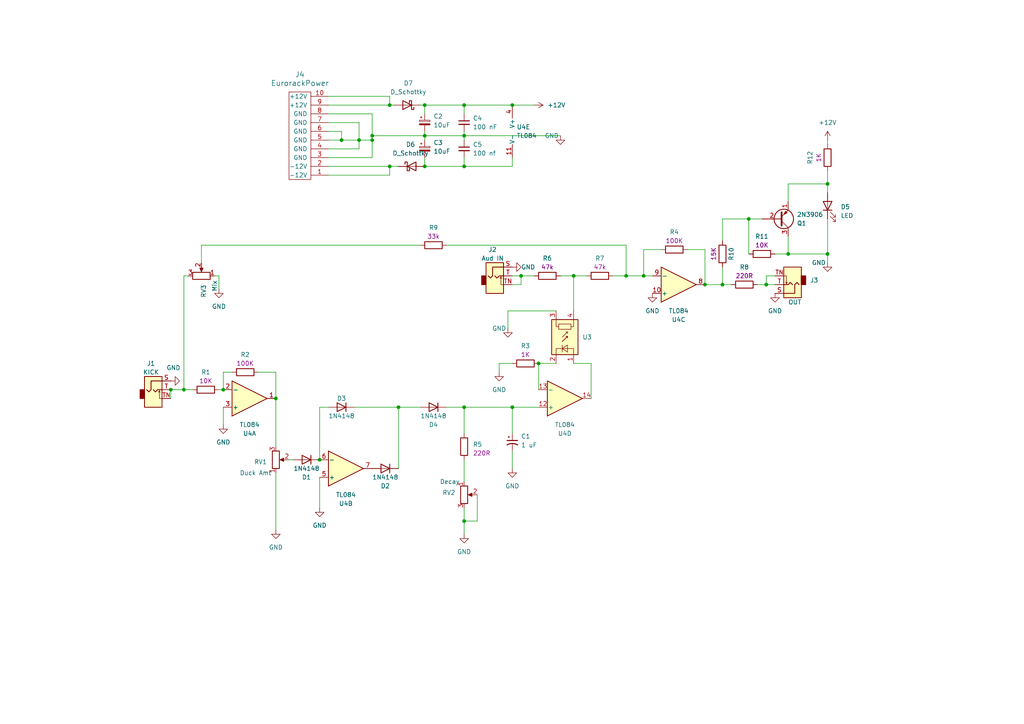
<source format=kicad_sch>
(kicad_sch (version 20230121) (generator eeschema)

  (uuid d438bb1f-c98e-40bd-a107-6402f2b34601)

  (paper "A4")

  (title_block
    (title "Duck")
    (rev "2")
  )

  (lib_symbols
    (symbol "Amplifier_Operational:TL084" (pin_names (offset 0.127)) (in_bom yes) (on_board yes)
      (property "Reference" "U" (at 0 5.08 0)
        (effects (font (size 1.27 1.27)) (justify left))
      )
      (property "Value" "TL084" (at 0 -5.08 0)
        (effects (font (size 1.27 1.27)) (justify left))
      )
      (property "Footprint" "" (at -1.27 2.54 0)
        (effects (font (size 1.27 1.27)) hide)
      )
      (property "Datasheet" "http://www.ti.com/lit/ds/symlink/tl081.pdf" (at 1.27 5.08 0)
        (effects (font (size 1.27 1.27)) hide)
      )
      (property "ki_locked" "" (at 0 0 0)
        (effects (font (size 1.27 1.27)))
      )
      (property "ki_keywords" "quad opamp" (at 0 0 0)
        (effects (font (size 1.27 1.27)) hide)
      )
      (property "ki_description" "Quad JFET-Input Operational Amplifiers, DIP-14/SOIC-14/SSOP-14" (at 0 0 0)
        (effects (font (size 1.27 1.27)) hide)
      )
      (property "ki_fp_filters" "SOIC*3.9x8.7mm*P1.27mm* DIP*W7.62mm* TSSOP*4.4x5mm*P0.65mm* SSOP*5.3x6.2mm*P0.65mm* MSOP*3x3mm*P0.5mm*" (at 0 0 0)
        (effects (font (size 1.27 1.27)) hide)
      )
      (symbol "TL084_1_1"
        (polyline
          (pts
            (xy -5.08 5.08)
            (xy 5.08 0)
            (xy -5.08 -5.08)
            (xy -5.08 5.08)
          )
          (stroke (width 0.254) (type default))
          (fill (type background))
        )
        (pin output line (at 7.62 0 180) (length 2.54)
          (name "~" (effects (font (size 1.27 1.27))))
          (number "1" (effects (font (size 1.27 1.27))))
        )
        (pin input line (at -7.62 -2.54 0) (length 2.54)
          (name "-" (effects (font (size 1.27 1.27))))
          (number "2" (effects (font (size 1.27 1.27))))
        )
        (pin input line (at -7.62 2.54 0) (length 2.54)
          (name "+" (effects (font (size 1.27 1.27))))
          (number "3" (effects (font (size 1.27 1.27))))
        )
      )
      (symbol "TL084_2_1"
        (polyline
          (pts
            (xy -5.08 5.08)
            (xy 5.08 0)
            (xy -5.08 -5.08)
            (xy -5.08 5.08)
          )
          (stroke (width 0.254) (type default))
          (fill (type background))
        )
        (pin input line (at -7.62 2.54 0) (length 2.54)
          (name "+" (effects (font (size 1.27 1.27))))
          (number "5" (effects (font (size 1.27 1.27))))
        )
        (pin input line (at -7.62 -2.54 0) (length 2.54)
          (name "-" (effects (font (size 1.27 1.27))))
          (number "6" (effects (font (size 1.27 1.27))))
        )
        (pin output line (at 7.62 0 180) (length 2.54)
          (name "~" (effects (font (size 1.27 1.27))))
          (number "7" (effects (font (size 1.27 1.27))))
        )
      )
      (symbol "TL084_3_1"
        (polyline
          (pts
            (xy -5.08 5.08)
            (xy 5.08 0)
            (xy -5.08 -5.08)
            (xy -5.08 5.08)
          )
          (stroke (width 0.254) (type default))
          (fill (type background))
        )
        (pin input line (at -7.62 2.54 0) (length 2.54)
          (name "+" (effects (font (size 1.27 1.27))))
          (number "10" (effects (font (size 1.27 1.27))))
        )
        (pin output line (at 7.62 0 180) (length 2.54)
          (name "~" (effects (font (size 1.27 1.27))))
          (number "8" (effects (font (size 1.27 1.27))))
        )
        (pin input line (at -7.62 -2.54 0) (length 2.54)
          (name "-" (effects (font (size 1.27 1.27))))
          (number "9" (effects (font (size 1.27 1.27))))
        )
      )
      (symbol "TL084_4_1"
        (polyline
          (pts
            (xy -5.08 5.08)
            (xy 5.08 0)
            (xy -5.08 -5.08)
            (xy -5.08 5.08)
          )
          (stroke (width 0.254) (type default))
          (fill (type background))
        )
        (pin input line (at -7.62 2.54 0) (length 2.54)
          (name "+" (effects (font (size 1.27 1.27))))
          (number "12" (effects (font (size 1.27 1.27))))
        )
        (pin input line (at -7.62 -2.54 0) (length 2.54)
          (name "-" (effects (font (size 1.27 1.27))))
          (number "13" (effects (font (size 1.27 1.27))))
        )
        (pin output line (at 7.62 0 180) (length 2.54)
          (name "~" (effects (font (size 1.27 1.27))))
          (number "14" (effects (font (size 1.27 1.27))))
        )
      )
      (symbol "TL084_5_1"
        (pin power_in line (at -2.54 -7.62 90) (length 3.81)
          (name "V-" (effects (font (size 1.27 1.27))))
          (number "11" (effects (font (size 1.27 1.27))))
        )
        (pin power_in line (at -2.54 7.62 270) (length 3.81)
          (name "V+" (effects (font (size 1.27 1.27))))
          (number "4" (effects (font (size 1.27 1.27))))
        )
      )
    )
    (symbol "Device:C_Polarized_Small" (pin_numbers hide) (pin_names (offset 0.254) hide) (in_bom yes) (on_board yes)
      (property "Reference" "C" (at 0.254 1.778 0)
        (effects (font (size 1.27 1.27)) (justify left))
      )
      (property "Value" "C_Polarized_Small" (at 0.254 -2.032 0)
        (effects (font (size 1.27 1.27)) (justify left))
      )
      (property "Footprint" "" (at 0 0 0)
        (effects (font (size 1.27 1.27)) hide)
      )
      (property "Datasheet" "~" (at 0 0 0)
        (effects (font (size 1.27 1.27)) hide)
      )
      (property "ki_keywords" "cap capacitor" (at 0 0 0)
        (effects (font (size 1.27 1.27)) hide)
      )
      (property "ki_description" "Polarized capacitor, small symbol" (at 0 0 0)
        (effects (font (size 1.27 1.27)) hide)
      )
      (property "ki_fp_filters" "CP_*" (at 0 0 0)
        (effects (font (size 1.27 1.27)) hide)
      )
      (symbol "C_Polarized_Small_0_1"
        (rectangle (start -1.524 -0.3048) (end 1.524 -0.6858)
          (stroke (width 0) (type default))
          (fill (type outline))
        )
        (rectangle (start -1.524 0.6858) (end 1.524 0.3048)
          (stroke (width 0) (type default))
          (fill (type none))
        )
        (polyline
          (pts
            (xy -1.27 1.524)
            (xy -0.762 1.524)
          )
          (stroke (width 0) (type default))
          (fill (type none))
        )
        (polyline
          (pts
            (xy -1.016 1.27)
            (xy -1.016 1.778)
          )
          (stroke (width 0) (type default))
          (fill (type none))
        )
      )
      (symbol "C_Polarized_Small_1_1"
        (pin passive line (at 0 2.54 270) (length 1.8542)
          (name "~" (effects (font (size 1.27 1.27))))
          (number "1" (effects (font (size 1.27 1.27))))
        )
        (pin passive line (at 0 -2.54 90) (length 1.8542)
          (name "~" (effects (font (size 1.27 1.27))))
          (number "2" (effects (font (size 1.27 1.27))))
        )
      )
    )
    (symbol "Device:C_Polarized_Small_US" (pin_numbers hide) (pin_names (offset 0.254) hide) (in_bom yes) (on_board yes)
      (property "Reference" "C" (at 0.254 1.778 0)
        (effects (font (size 1.27 1.27)) (justify left))
      )
      (property "Value" "C_Polarized_Small_US" (at 0.254 -2.032 0)
        (effects (font (size 1.27 1.27)) (justify left))
      )
      (property "Footprint" "" (at 0 0 0)
        (effects (font (size 1.27 1.27)) hide)
      )
      (property "Datasheet" "~" (at 0 0 0)
        (effects (font (size 1.27 1.27)) hide)
      )
      (property "ki_keywords" "cap capacitor" (at 0 0 0)
        (effects (font (size 1.27 1.27)) hide)
      )
      (property "ki_description" "Polarized capacitor, small US symbol" (at 0 0 0)
        (effects (font (size 1.27 1.27)) hide)
      )
      (property "ki_fp_filters" "CP_*" (at 0 0 0)
        (effects (font (size 1.27 1.27)) hide)
      )
      (symbol "C_Polarized_Small_US_0_1"
        (polyline
          (pts
            (xy -1.524 0.508)
            (xy 1.524 0.508)
          )
          (stroke (width 0.3048) (type default))
          (fill (type none))
        )
        (polyline
          (pts
            (xy -1.27 1.524)
            (xy -0.762 1.524)
          )
          (stroke (width 0) (type default))
          (fill (type none))
        )
        (polyline
          (pts
            (xy -1.016 1.27)
            (xy -1.016 1.778)
          )
          (stroke (width 0) (type default))
          (fill (type none))
        )
        (arc (start 1.524 -0.762) (mid 0 -0.3734) (end -1.524 -0.762)
          (stroke (width 0.3048) (type default))
          (fill (type none))
        )
      )
      (symbol "C_Polarized_Small_US_1_1"
        (pin passive line (at 0 2.54 270) (length 2.032)
          (name "~" (effects (font (size 1.27 1.27))))
          (number "1" (effects (font (size 1.27 1.27))))
        )
        (pin passive line (at 0 -2.54 90) (length 2.032)
          (name "~" (effects (font (size 1.27 1.27))))
          (number "2" (effects (font (size 1.27 1.27))))
        )
      )
    )
    (symbol "Device:C_Small" (pin_numbers hide) (pin_names (offset 0.254) hide) (in_bom yes) (on_board yes)
      (property "Reference" "C" (at 0.254 1.778 0)
        (effects (font (size 1.27 1.27)) (justify left))
      )
      (property "Value" "C_Small" (at 0.254 -2.032 0)
        (effects (font (size 1.27 1.27)) (justify left))
      )
      (property "Footprint" "" (at 0 0 0)
        (effects (font (size 1.27 1.27)) hide)
      )
      (property "Datasheet" "~" (at 0 0 0)
        (effects (font (size 1.27 1.27)) hide)
      )
      (property "ki_keywords" "capacitor cap" (at 0 0 0)
        (effects (font (size 1.27 1.27)) hide)
      )
      (property "ki_description" "Unpolarized capacitor, small symbol" (at 0 0 0)
        (effects (font (size 1.27 1.27)) hide)
      )
      (property "ki_fp_filters" "C_*" (at 0 0 0)
        (effects (font (size 1.27 1.27)) hide)
      )
      (symbol "C_Small_0_1"
        (polyline
          (pts
            (xy -1.524 -0.508)
            (xy 1.524 -0.508)
          )
          (stroke (width 0.3302) (type default))
          (fill (type none))
        )
        (polyline
          (pts
            (xy -1.524 0.508)
            (xy 1.524 0.508)
          )
          (stroke (width 0.3048) (type default))
          (fill (type none))
        )
      )
      (symbol "C_Small_1_1"
        (pin passive line (at 0 2.54 270) (length 2.032)
          (name "~" (effects (font (size 1.27 1.27))))
          (number "1" (effects (font (size 1.27 1.27))))
        )
        (pin passive line (at 0 -2.54 90) (length 2.032)
          (name "~" (effects (font (size 1.27 1.27))))
          (number "2" (effects (font (size 1.27 1.27))))
        )
      )
    )
    (symbol "Device:D_Schottky" (pin_numbers hide) (pin_names (offset 1.016) hide) (in_bom yes) (on_board yes)
      (property "Reference" "D" (at 0 2.54 0)
        (effects (font (size 1.27 1.27)))
      )
      (property "Value" "D_Schottky" (at 0 -2.54 0)
        (effects (font (size 1.27 1.27)))
      )
      (property "Footprint" "" (at 0 0 0)
        (effects (font (size 1.27 1.27)) hide)
      )
      (property "Datasheet" "~" (at 0 0 0)
        (effects (font (size 1.27 1.27)) hide)
      )
      (property "ki_keywords" "diode Schottky" (at 0 0 0)
        (effects (font (size 1.27 1.27)) hide)
      )
      (property "ki_description" "Schottky diode" (at 0 0 0)
        (effects (font (size 1.27 1.27)) hide)
      )
      (property "ki_fp_filters" "TO-???* *_Diode_* *SingleDiode* D_*" (at 0 0 0)
        (effects (font (size 1.27 1.27)) hide)
      )
      (symbol "D_Schottky_0_1"
        (polyline
          (pts
            (xy 1.27 0)
            (xy -1.27 0)
          )
          (stroke (width 0) (type default))
          (fill (type none))
        )
        (polyline
          (pts
            (xy 1.27 1.27)
            (xy 1.27 -1.27)
            (xy -1.27 0)
            (xy 1.27 1.27)
          )
          (stroke (width 0.254) (type default))
          (fill (type none))
        )
        (polyline
          (pts
            (xy -1.905 0.635)
            (xy -1.905 1.27)
            (xy -1.27 1.27)
            (xy -1.27 -1.27)
            (xy -0.635 -1.27)
            (xy -0.635 -0.635)
          )
          (stroke (width 0.254) (type default))
          (fill (type none))
        )
      )
      (symbol "D_Schottky_1_1"
        (pin passive line (at -3.81 0 0) (length 2.54)
          (name "K" (effects (font (size 1.27 1.27))))
          (number "1" (effects (font (size 1.27 1.27))))
        )
        (pin passive line (at 3.81 0 180) (length 2.54)
          (name "A" (effects (font (size 1.27 1.27))))
          (number "2" (effects (font (size 1.27 1.27))))
        )
      )
    )
    (symbol "Device:LED" (pin_numbers hide) (pin_names (offset 1.016) hide) (in_bom yes) (on_board yes)
      (property "Reference" "D" (at 0 2.54 0)
        (effects (font (size 1.27 1.27)))
      )
      (property "Value" "LED" (at 0 -2.54 0)
        (effects (font (size 1.27 1.27)))
      )
      (property "Footprint" "" (at 0 0 0)
        (effects (font (size 1.27 1.27)) hide)
      )
      (property "Datasheet" "~" (at 0 0 0)
        (effects (font (size 1.27 1.27)) hide)
      )
      (property "ki_keywords" "LED diode" (at 0 0 0)
        (effects (font (size 1.27 1.27)) hide)
      )
      (property "ki_description" "Light emitting diode" (at 0 0 0)
        (effects (font (size 1.27 1.27)) hide)
      )
      (property "ki_fp_filters" "LED* LED_SMD:* LED_THT:*" (at 0 0 0)
        (effects (font (size 1.27 1.27)) hide)
      )
      (symbol "LED_0_1"
        (polyline
          (pts
            (xy -1.27 -1.27)
            (xy -1.27 1.27)
          )
          (stroke (width 0.254) (type default))
          (fill (type none))
        )
        (polyline
          (pts
            (xy -1.27 0)
            (xy 1.27 0)
          )
          (stroke (width 0) (type default))
          (fill (type none))
        )
        (polyline
          (pts
            (xy 1.27 -1.27)
            (xy 1.27 1.27)
            (xy -1.27 0)
            (xy 1.27 -1.27)
          )
          (stroke (width 0.254) (type default))
          (fill (type none))
        )
        (polyline
          (pts
            (xy -3.048 -0.762)
            (xy -4.572 -2.286)
            (xy -3.81 -2.286)
            (xy -4.572 -2.286)
            (xy -4.572 -1.524)
          )
          (stroke (width 0) (type default))
          (fill (type none))
        )
        (polyline
          (pts
            (xy -1.778 -0.762)
            (xy -3.302 -2.286)
            (xy -2.54 -2.286)
            (xy -3.302 -2.286)
            (xy -3.302 -1.524)
          )
          (stroke (width 0) (type default))
          (fill (type none))
        )
      )
      (symbol "LED_1_1"
        (pin passive line (at -3.81 0 0) (length 2.54)
          (name "K" (effects (font (size 1.27 1.27))))
          (number "1" (effects (font (size 1.27 1.27))))
        )
        (pin passive line (at 3.81 0 180) (length 2.54)
          (name "A" (effects (font (size 1.27 1.27))))
          (number "2" (effects (font (size 1.27 1.27))))
        )
      )
    )
    (symbol "Device:R_Potentiometer" (pin_names (offset 1.016) hide) (in_bom yes) (on_board yes)
      (property "Reference" "RV" (at -4.445 0 90)
        (effects (font (size 1.27 1.27)))
      )
      (property "Value" "R_Potentiometer" (at -2.54 0 90)
        (effects (font (size 1.27 1.27)))
      )
      (property "Footprint" "" (at 0 0 0)
        (effects (font (size 1.27 1.27)) hide)
      )
      (property "Datasheet" "~" (at 0 0 0)
        (effects (font (size 1.27 1.27)) hide)
      )
      (property "ki_keywords" "resistor variable" (at 0 0 0)
        (effects (font (size 1.27 1.27)) hide)
      )
      (property "ki_description" "Potentiometer" (at 0 0 0)
        (effects (font (size 1.27 1.27)) hide)
      )
      (property "ki_fp_filters" "Potentiometer*" (at 0 0 0)
        (effects (font (size 1.27 1.27)) hide)
      )
      (symbol "R_Potentiometer_0_1"
        (polyline
          (pts
            (xy 2.54 0)
            (xy 1.524 0)
          )
          (stroke (width 0) (type default))
          (fill (type none))
        )
        (polyline
          (pts
            (xy 1.143 0)
            (xy 2.286 0.508)
            (xy 2.286 -0.508)
            (xy 1.143 0)
          )
          (stroke (width 0) (type default))
          (fill (type outline))
        )
        (rectangle (start 1.016 2.54) (end -1.016 -2.54)
          (stroke (width 0.254) (type default))
          (fill (type none))
        )
      )
      (symbol "R_Potentiometer_1_1"
        (pin passive line (at 0 3.81 270) (length 1.27)
          (name "1" (effects (font (size 1.27 1.27))))
          (number "1" (effects (font (size 1.27 1.27))))
        )
        (pin passive line (at 3.81 0 180) (length 1.27)
          (name "2" (effects (font (size 1.27 1.27))))
          (number "2" (effects (font (size 1.27 1.27))))
        )
        (pin passive line (at 0 -3.81 90) (length 1.27)
          (name "3" (effects (font (size 1.27 1.27))))
          (number "3" (effects (font (size 1.27 1.27))))
        )
      )
    )
    (symbol "Diode:1N4148" (pin_numbers hide) (pin_names hide) (in_bom yes) (on_board yes)
      (property "Reference" "D" (at 0 2.54 0)
        (effects (font (size 1.27 1.27)))
      )
      (property "Value" "1N4148" (at 0 -2.54 0)
        (effects (font (size 1.27 1.27)))
      )
      (property "Footprint" "Diode_THT:D_DO-35_SOD27_P7.62mm_Horizontal" (at 0 0 0)
        (effects (font (size 1.27 1.27)) hide)
      )
      (property "Datasheet" "https://assets.nexperia.com/documents/data-sheet/1N4148_1N4448.pdf" (at 0 0 0)
        (effects (font (size 1.27 1.27)) hide)
      )
      (property "Sim.Device" "D" (at 0 0 0)
        (effects (font (size 1.27 1.27)) hide)
      )
      (property "Sim.Pins" "1=K 2=A" (at 0 0 0)
        (effects (font (size 1.27 1.27)) hide)
      )
      (property "ki_keywords" "diode" (at 0 0 0)
        (effects (font (size 1.27 1.27)) hide)
      )
      (property "ki_description" "100V 0.15A standard switching diode, DO-35" (at 0 0 0)
        (effects (font (size 1.27 1.27)) hide)
      )
      (property "ki_fp_filters" "D*DO?35*" (at 0 0 0)
        (effects (font (size 1.27 1.27)) hide)
      )
      (symbol "1N4148_0_1"
        (polyline
          (pts
            (xy -1.27 1.27)
            (xy -1.27 -1.27)
          )
          (stroke (width 0.254) (type default))
          (fill (type none))
        )
        (polyline
          (pts
            (xy 1.27 0)
            (xy -1.27 0)
          )
          (stroke (width 0) (type default))
          (fill (type none))
        )
        (polyline
          (pts
            (xy 1.27 1.27)
            (xy 1.27 -1.27)
            (xy -1.27 0)
            (xy 1.27 1.27)
          )
          (stroke (width 0.254) (type default))
          (fill (type none))
        )
      )
      (symbol "1N4148_1_1"
        (pin passive line (at -3.81 0 0) (length 2.54)
          (name "K" (effects (font (size 1.27 1.27))))
          (number "1" (effects (font (size 1.27 1.27))))
        )
        (pin passive line (at 3.81 0 180) (length 2.54)
          (name "A" (effects (font (size 1.27 1.27))))
          (number "2" (effects (font (size 1.27 1.27))))
        )
      )
    )
    (symbol "DoughyParts:EurorackPower" (pin_names (offset 1.016)) (in_bom yes) (on_board yes)
      (property "Reference" "J1" (at -7.62 6.35 0)
        (effects (font (size 1.524 1.524)))
      )
      (property "Value" "EurorackPower" (at -1.27 17.78 0)
        (effects (font (size 1.524 1.524)))
      )
      (property "Footprint" "Connector_IDC:IDC-Header_2x05_P2.54mm_Vertical" (at 1.27 20.32 0)
        (effects (font (size 1.524 1.524)) hide)
      )
      (property "Datasheet" "" (at 0 0 0)
        (effects (font (size 1.524 1.524)) hide)
      )
      (symbol "EurorackPower_0_1"
        (rectangle (start -5.08 15.24) (end 1.27 -10.16)
          (stroke (width 0) (type default))
          (fill (type none))
        )
      )
      (symbol "EurorackPower_1_1"
        (pin power_in line (at 6.35 -8.89 180) (length 5.08)
          (name "-12V" (effects (font (size 1.27 1.27))))
          (number "1" (effects (font (size 1.27 1.27))))
        )
        (pin power_in line (at 6.35 13.97 180) (length 5.08)
          (name "+12V" (effects (font (size 1.27 1.27))))
          (number "10" (effects (font (size 1.27 1.27))))
        )
        (pin power_in line (at 6.35 -6.35 180) (length 5.08)
          (name "-12V" (effects (font (size 1.27 1.27))))
          (number "2" (effects (font (size 1.27 1.27))))
        )
        (pin power_in line (at 6.35 -3.81 180) (length 5.08)
          (name "GND" (effects (font (size 1.27 1.27))))
          (number "3" (effects (font (size 1.27 1.27))))
        )
        (pin power_in line (at 6.35 -1.27 180) (length 5.08)
          (name "GND" (effects (font (size 1.27 1.27))))
          (number "4" (effects (font (size 1.27 1.27))))
        )
        (pin power_in line (at 6.35 1.27 180) (length 5.08)
          (name "GND" (effects (font (size 1.27 1.27))))
          (number "5" (effects (font (size 1.27 1.27))))
        )
        (pin power_in line (at 6.35 3.81 180) (length 5.08)
          (name "GND" (effects (font (size 1.27 1.27))))
          (number "6" (effects (font (size 1.27 1.27))))
        )
        (pin power_in line (at 6.35 6.35 180) (length 5.08)
          (name "GND" (effects (font (size 1.27 1.27))))
          (number "7" (effects (font (size 1.27 1.27))))
        )
        (pin power_in line (at 6.35 8.89 180) (length 5.08)
          (name "GND" (effects (font (size 1.27 1.27))))
          (number "8" (effects (font (size 1.27 1.27))))
        )
        (pin power_in line (at 6.35 11.43 180) (length 5.08)
          (name "+12V" (effects (font (size 1.27 1.27))))
          (number "9" (effects (font (size 1.27 1.27))))
        )
      )
    )
    (symbol "DoughyParts:Vactrol" (pin_names (offset 1.016) hide) (in_bom yes) (on_board yes)
      (property "Reference" "U3" (at 0.635 -5.08 90)
        (effects (font (size 1.27 1.27)) (justify right))
      )
      (property "Value" "VTL5C" (at -1.905 -5.08 90)
        (effects (font (size 1.27 1.27)) (justify right) hide)
      )
      (property "Footprint" "doughyparts:Vactrol" (at 0 6.35 0)
        (effects (font (size 1.27 1.27)) hide)
      )
      (property "Datasheet" "http://www.qsl.net/wa1ion/vactrol/vactrol.pdf" (at 1.27 -6.35 0)
        (effects (font (size 1.27 1.27)) hide)
      )
      (property "ki_keywords" "vactrol" (at 0 0 0)
        (effects (font (size 1.27 1.27)) hide)
      )
      (property "ki_description" "Low Cost Axial Vactrols" (at 0 0 0)
        (effects (font (size 1.27 1.27)) hide)
      )
      (property "ki_fp_filters" "PerkinElmer*VTL5C*" (at 0 0 0)
        (effects (font (size 1.27 1.27)) hide)
      )
      (symbol "Vactrol_0_1"
        (rectangle (start -5.08 3.81) (end 5.08 -3.81)
          (stroke (width 0.254) (type default))
          (fill (type background))
        )
        (polyline
          (pts
            (xy -4.318 0.762)
            (xy -2.286 0.762)
          )
          (stroke (width 0) (type default))
          (fill (type none))
        )
        (polyline
          (pts
            (xy -1.27 0.762)
            (xy 0.254 -0.762)
          )
          (stroke (width 0) (type default))
          (fill (type none))
        )
        (polyline
          (pts
            (xy -1.27 0.762)
            (xy 0.254 -0.762)
          )
          (stroke (width 0) (type default))
          (fill (type none))
        )
        (polyline
          (pts
            (xy 0 0.762)
            (xy 1.524 -0.762)
          )
          (stroke (width 0) (type default))
          (fill (type none))
        )
        (polyline
          (pts
            (xy 0.254 -0.254)
            (xy 0.254 -0.762)
            (xy -0.254 -0.762)
          )
          (stroke (width 0) (type default))
          (fill (type none))
        )
        (polyline
          (pts
            (xy 0.254 -0.254)
            (xy 0.254 -0.762)
            (xy -0.254 -0.762)
          )
          (stroke (width 0) (type default))
          (fill (type none))
        )
        (polyline
          (pts
            (xy 1.524 -0.254)
            (xy 1.524 -0.762)
            (xy 1.016 -0.762)
          )
          (stroke (width 0) (type default))
          (fill (type none))
        )
        (polyline
          (pts
            (xy 3.048 -1.778)
            (xy 3.048 -2.54)
            (xy 5.08 -2.54)
          )
          (stroke (width 0) (type default))
          (fill (type none))
        )
        (polyline
          (pts
            (xy 3.048 1.778)
            (xy 3.048 2.54)
            (xy 5.08 2.54)
          )
          (stroke (width 0) (type default))
          (fill (type none))
        )
        (polyline
          (pts
            (xy -5.08 -2.54)
            (xy -3.302 -2.54)
            (xy -3.302 2.54)
            (xy -5.08 2.54)
          )
          (stroke (width 0) (type default))
          (fill (type none))
        )
        (rectangle (start 2.286 1.778) (end 3.81 -1.778)
          (stroke (width 0) (type default))
          (fill (type none))
        )
      )
      (symbol "Vactrol_1_1"
        (polyline
          (pts
            (xy -4.318 -0.762)
            (xy -3.302 0.762)
            (xy -2.286 -0.762)
            (xy -4.318 -0.762)
          )
          (stroke (width 0) (type default))
          (fill (type none))
        )
        (pin passive line (at -7.62 -2.54 0) (length 2.54)
          (name "+" (effects (font (size 1.27 1.27))))
          (number "1" (effects (font (size 1.27 1.27))))
        )
        (pin passive line (at -7.62 2.54 0) (length 2.54)
          (name "-" (effects (font (size 1.27 1.27))))
          (number "2" (effects (font (size 1.27 1.27))))
        )
        (pin passive line (at 7.62 2.54 180) (length 2.54)
          (name "~" (effects (font (size 1.27 1.27))))
          (number "3" (effects (font (size 1.27 1.27))))
        )
        (pin passive line (at 7.62 -2.54 180) (length 2.54)
          (name "~" (effects (font (size 1.27 1.27))))
          (number "4" (effects (font (size 1.27 1.27))))
        )
      )
    )
    (symbol "PCM_4ms_Power-symbol:GND" (power) (pin_names (offset 0)) (in_bom yes) (on_board yes)
      (property "Reference" "#PWR" (at 0 -6.35 0)
        (effects (font (size 1.27 1.27)) hide)
      )
      (property "Value" "GND" (at 0 -3.81 0)
        (effects (font (size 1.27 1.27)))
      )
      (property "Footprint" "" (at 0 0 0)
        (effects (font (size 1.27 1.27)) hide)
      )
      (property "Datasheet" "" (at 0 0 0)
        (effects (font (size 1.27 1.27)) hide)
      )
      (symbol "GND_0_1"
        (polyline
          (pts
            (xy 0 0)
            (xy 0 -1.27)
            (xy 1.27 -1.27)
            (xy 0 -2.54)
            (xy -1.27 -1.27)
            (xy 0 -1.27)
          )
          (stroke (width 0) (type default))
          (fill (type none))
        )
      )
      (symbol "GND_1_1"
        (pin power_in line (at 0 0 270) (length 0) hide
          (name "GND" (effects (font (size 1.27 1.27))))
          (number "1" (effects (font (size 1.27 1.27))))
        )
      )
    )
    (symbol "PCM_4ms_Resistor:0R_0603" (pin_numbers hide) (pin_names (offset 0)) (in_bom yes) (on_board yes)
      (property "Reference" "R" (at 2.032 0 90)
        (effects (font (size 1.27 1.27)))
      )
      (property "Value" "0R_0603" (at -2.54 0 90)
        (effects (font (size 1.27 1.27)) hide)
      )
      (property "Footprint" "4ms_Resistor:R_0603" (at -2.54 -12.7 0)
        (effects (font (size 1.27 1.27)) (justify left) hide)
      )
      (property "Datasheet" "" (at 0 0 0)
        (effects (font (size 1.27 1.27)) hide)
      )
      (property "Specifications" "0R, 1%, 1/10W, 0603" (at -2.54 -7.874 0)
        (effects (font (size 1.27 1.27)) (justify left) hide)
      )
      (property "Manufacturer" "Yageo" (at -2.54 -9.398 0)
        (effects (font (size 1.27 1.27)) (justify left) hide)
      )
      (property "Part Number" "RC0603FR-100RL" (at -2.54 -10.922 0)
        (effects (font (size 1.27 1.27)) (justify left) hide)
      )
      (property "Display" "0R" (at 3.81 0 90)
        (effects (font (size 1.27 1.27)))
      )
      (property "JLCPCB ID" "C21189" (at 0 0 0)
        (effects (font (size 1.27 1.27)) hide)
      )
      (property "ki_keywords" "0R_0603" (at 0 0 0)
        (effects (font (size 1.27 1.27)) hide)
      )
      (property "ki_description" "0R, 1%, 1/10W, 0603" (at 0 0 0)
        (effects (font (size 1.27 1.27)) hide)
      )
      (property "ki_fp_filters" "R_* R_*" (at 0 0 0)
        (effects (font (size 1.27 1.27)) hide)
      )
      (symbol "0R_0603_0_1"
        (rectangle (start -1.016 -2.54) (end 1.016 2.54)
          (stroke (width 0.254) (type default))
          (fill (type none))
        )
      )
      (symbol "0R_0603_1_1"
        (pin passive line (at 0 3.81 270) (length 1.27)
          (name "~" (effects (font (size 1.27 1.27))))
          (number "1" (effects (font (size 1.27 1.27))))
        )
        (pin passive line (at 0 -3.81 90) (length 1.27)
          (name "~" (effects (font (size 1.27 1.27))))
          (number "2" (effects (font (size 1.27 1.27))))
        )
      )
    )
    (symbol "Transistor_BJT:2N3906" (pin_names (offset 0) hide) (in_bom yes) (on_board yes)
      (property "Reference" "Q" (at 5.08 1.905 0)
        (effects (font (size 1.27 1.27)) (justify left))
      )
      (property "Value" "2N3906" (at 5.08 0 0)
        (effects (font (size 1.27 1.27)) (justify left))
      )
      (property "Footprint" "Package_TO_SOT_THT:TO-92_Inline" (at 5.08 -1.905 0)
        (effects (font (size 1.27 1.27) italic) (justify left) hide)
      )
      (property "Datasheet" "https://www.onsemi.com/pub/Collateral/2N3906-D.PDF" (at 0 0 0)
        (effects (font (size 1.27 1.27)) (justify left) hide)
      )
      (property "ki_keywords" "PNP Transistor" (at 0 0 0)
        (effects (font (size 1.27 1.27)) hide)
      )
      (property "ki_description" "-0.2A Ic, -40V Vce, Small Signal PNP Transistor, TO-92" (at 0 0 0)
        (effects (font (size 1.27 1.27)) hide)
      )
      (property "ki_fp_filters" "TO?92*" (at 0 0 0)
        (effects (font (size 1.27 1.27)) hide)
      )
      (symbol "2N3906_0_1"
        (polyline
          (pts
            (xy 0.635 0.635)
            (xy 2.54 2.54)
          )
          (stroke (width 0) (type default))
          (fill (type none))
        )
        (polyline
          (pts
            (xy 0.635 -0.635)
            (xy 2.54 -2.54)
            (xy 2.54 -2.54)
          )
          (stroke (width 0) (type default))
          (fill (type none))
        )
        (polyline
          (pts
            (xy 0.635 1.905)
            (xy 0.635 -1.905)
            (xy 0.635 -1.905)
          )
          (stroke (width 0.508) (type default))
          (fill (type none))
        )
        (polyline
          (pts
            (xy 2.286 -1.778)
            (xy 1.778 -2.286)
            (xy 1.27 -1.27)
            (xy 2.286 -1.778)
            (xy 2.286 -1.778)
          )
          (stroke (width 0) (type default))
          (fill (type outline))
        )
        (circle (center 1.27 0) (radius 2.8194)
          (stroke (width 0.254) (type default))
          (fill (type none))
        )
      )
      (symbol "2N3906_1_1"
        (pin passive line (at 2.54 -5.08 90) (length 2.54)
          (name "E" (effects (font (size 1.27 1.27))))
          (number "1" (effects (font (size 1.27 1.27))))
        )
        (pin input line (at -5.08 0 0) (length 5.715)
          (name "B" (effects (font (size 1.27 1.27))))
          (number "2" (effects (font (size 1.27 1.27))))
        )
        (pin passive line (at 2.54 5.08 270) (length 2.54)
          (name "C" (effects (font (size 1.27 1.27))))
          (number "3" (effects (font (size 1.27 1.27))))
        )
      )
    )
    (symbol "power:+12V" (power) (pin_names (offset 0)) (in_bom yes) (on_board yes)
      (property "Reference" "#PWR" (at 0 -3.81 0)
        (effects (font (size 1.27 1.27)) hide)
      )
      (property "Value" "+12V" (at 0 3.556 0)
        (effects (font (size 1.27 1.27)))
      )
      (property "Footprint" "" (at 0 0 0)
        (effects (font (size 1.27 1.27)) hide)
      )
      (property "Datasheet" "" (at 0 0 0)
        (effects (font (size 1.27 1.27)) hide)
      )
      (property "ki_keywords" "global power" (at 0 0 0)
        (effects (font (size 1.27 1.27)) hide)
      )
      (property "ki_description" "Power symbol creates a global label with name \"+12V\"" (at 0 0 0)
        (effects (font (size 1.27 1.27)) hide)
      )
      (symbol "+12V_0_1"
        (polyline
          (pts
            (xy -0.762 1.27)
            (xy 0 2.54)
          )
          (stroke (width 0) (type default))
          (fill (type none))
        )
        (polyline
          (pts
            (xy 0 0)
            (xy 0 2.54)
          )
          (stroke (width 0) (type default))
          (fill (type none))
        )
        (polyline
          (pts
            (xy 0 2.54)
            (xy 0.762 1.27)
          )
          (stroke (width 0) (type default))
          (fill (type none))
        )
      )
      (symbol "+12V_1_1"
        (pin power_in line (at 0 0 90) (length 0) hide
          (name "+12V" (effects (font (size 1.27 1.27))))
          (number "1" (effects (font (size 1.27 1.27))))
        )
      )
    )
    (symbol "winterbloom:Eurorack_Mono_Jack" (pin_names hide) (in_bom yes) (on_board yes)
      (property "Reference" "J" (at 3.302 -4.064 0)
        (effects (font (size 1.27 1.27)))
      )
      (property "Value" "Eurorack_Mono_Jack" (at 0 5.08 0)
        (effects (font (size 1.27 1.27)))
      )
      (property "Footprint" "winterbloom:AudioJack_WQP518MA" (at 1.27 -8.89 0)
        (effects (font (size 1.27 1.27)) hide)
      )
      (property "Datasheet" "http://www.qingpu-electronics.com/en/products/WQP-PJ398SM-362.html" (at 0 -1.27 0)
        (effects (font (size 1.27 1.27)) hide)
      )
      (property "MPN" "WQP-WQP518MA" (at 0 -6.35 0)
        (effects (font (size 1.27 1.27)) hide)
      )
      (property "ki_keywords" "audio jack receptacle mono headphones phone TS connector eurorack" (at 0 0 0)
        (effects (font (size 1.27 1.27)) hide)
      )
      (property "ki_description" "Eurorack vertical jack, 2 Poles (Mono / TS), Switched T Pole (Normalling)" (at 0 0 0)
        (effects (font (size 1.27 1.27)) hide)
      )
      (symbol "Eurorack_Mono_Jack_0_1"
        (rectangle (start -2.54 -5.08) (end 2.54 3.81)
          (stroke (width 0.254) (type default))
          (fill (type background))
        )
        (polyline
          (pts
            (xy -1.778 -1.016)
            (xy -2.032 -0.508)
          )
          (stroke (width 0) (type default))
          (fill (type none))
        )
        (polyline
          (pts
            (xy -2.54 1.27)
            (xy -1.778 1.27)
            (xy -1.778 -1.016)
            (xy -1.524 -0.508)
          )
          (stroke (width 0) (type default))
          (fill (type none))
        )
        (polyline
          (pts
            (xy 0 -1.27)
            (xy -0.635 -0.635)
            (xy -1.27 -1.27)
            (xy -2.54 -1.27)
          )
          (stroke (width 0.254) (type default))
          (fill (type none))
        )
        (polyline
          (pts
            (xy -2.54 -3.81)
            (xy 0.635 -3.81)
            (xy 0.635 -1.27)
            (xy 1.27 -0.635)
            (xy 1.905 -1.27)
          )
          (stroke (width 0.254) (type default))
          (fill (type none))
        )
        (rectangle (start 2.54 -1.27) (end 3.81 1.27)
          (stroke (width 0.254) (type default))
          (fill (type outline))
        )
      )
      (symbol "Eurorack_Mono_Jack_1_1"
        (pin passive line (at -5.08 -3.81 0) (length 2.54)
          (name "Sleeve" (effects (font (size 1.27 1.27))))
          (number "S" (effects (font (size 1.27 1.27))))
        )
        (pin passive line (at -5.08 -1.27 0) (length 2.54)
          (name "Tip" (effects (font (size 1.27 1.27))))
          (number "T" (effects (font (size 1.27 1.27))))
        )
        (pin passive line (at -5.08 1.27 0) (length 2.54)
          (name "Tip_normalize" (effects (font (size 1.27 1.27))))
          (number "TN" (effects (font (size 1.27 1.27))))
        )
      )
    )
  )

  (junction (at 123.19 39.37) (diameter 0) (color 0 0 0 0)
    (uuid 2d98941e-5653-4ff7-bc69-f7954e964149)
  )
  (junction (at 80.01 115.57) (diameter 0) (color 0 0 0 0)
    (uuid 32365de2-d76b-4100-ba76-9a758925e858)
  )
  (junction (at 64.77 113.03) (diameter 0) (color 0 0 0 0)
    (uuid 33616cf8-113c-431d-bf53-0b2731ba252f)
  )
  (junction (at 92.71 133.35) (diameter 0) (color 0 0 0 0)
    (uuid 3c7e24fe-c592-4921-9784-3972ed16b803)
  )
  (junction (at 123.19 48.26) (diameter 0) (color 0 0 0 0)
    (uuid 3cd119f6-8328-4f9e-b922-211296347162)
  )
  (junction (at 113.03 48.26) (diameter 0) (color 0 0 0 0)
    (uuid 3de36e48-1930-4e7f-8645-0c3a57039880)
  )
  (junction (at 228.6 73.66) (diameter 0) (color 0 0 0 0)
    (uuid 3e952fc0-051e-4503-8bbf-32a11a4de979)
  )
  (junction (at 204.47 82.55) (diameter 0) (color 0 0 0 0)
    (uuid 4087104f-ea2b-4398-9d78-6fe7bfbbe34e)
  )
  (junction (at 113.03 30.48) (diameter 0) (color 0 0 0 0)
    (uuid 46b18d11-3e8d-4c70-98a0-4394374d4ec3)
  )
  (junction (at 209.55 82.55) (diameter 0) (color 0 0 0 0)
    (uuid 46ce9381-6ff0-478e-910a-d953e5b34fd0)
  )
  (junction (at 53.34 113.03) (diameter 0) (color 0 0 0 0)
    (uuid 7bfe58b9-811e-4b70-b250-56d0d0a4b110)
  )
  (junction (at 186.69 80.01) (diameter 0) (color 0 0 0 0)
    (uuid 7e3f39e3-2587-4b9a-95bd-c8af69bc21cf)
  )
  (junction (at 181.61 80.01) (diameter 0) (color 0 0 0 0)
    (uuid 8280eaf2-9a5b-41e4-9c89-ff7f81e0cb26)
  )
  (junction (at 148.59 118.11) (diameter 0) (color 0 0 0 0)
    (uuid 835fe3b4-7eb1-468f-a101-c9e2e85b0b85)
  )
  (junction (at 134.62 39.37) (diameter 0) (color 0 0 0 0)
    (uuid 86b27cbc-3e95-4c3b-b0a5-0bc9c87f91c4)
  )
  (junction (at 148.59 30.48) (diameter 0) (color 0 0 0 0)
    (uuid 9605fe85-a215-4516-8023-162837eddab7)
  )
  (junction (at 240.03 73.66) (diameter 0) (color 0 0 0 0)
    (uuid 96f64b5c-d494-4e79-9bfc-7bce5f279c25)
  )
  (junction (at 151.13 80.01) (diameter 0) (color 0 0 0 0)
    (uuid 9a14b028-0888-433f-bb2a-6732f573ed5f)
  )
  (junction (at 156.21 105.41) (diameter 0) (color 0 0 0 0)
    (uuid 9b0836cc-90f4-4d80-95ba-5cb85499616e)
  )
  (junction (at 49.53 113.03) (diameter 0) (color 0 0 0 0)
    (uuid b012e099-3b39-4cf5-8f16-4ce19aaaf675)
  )
  (junction (at 134.62 30.48) (diameter 0) (color 0 0 0 0)
    (uuid ba008ec6-adc4-49f5-adff-db6797c60d81)
  )
  (junction (at 217.17 63.5) (diameter 0) (color 0 0 0 0)
    (uuid bdbf8951-f3bd-439f-a313-02bbbb52deac)
  )
  (junction (at 99.06 40.64) (diameter 0) (color 0 0 0 0)
    (uuid bf41a51a-f6eb-4cf3-a4ff-2b74ac046d3f)
  )
  (junction (at 134.62 118.11) (diameter 0) (color 0 0 0 0)
    (uuid c2ebe46e-a904-460f-9184-82f87b202560)
  )
  (junction (at 166.37 80.01) (diameter 0) (color 0 0 0 0)
    (uuid d331cd8a-3114-421b-bce4-12a9610bfedb)
  )
  (junction (at 104.14 40.64) (diameter 0) (color 0 0 0 0)
    (uuid d5d29257-7dcb-46e9-8eb9-6eae25bc5c43)
  )
  (junction (at 134.62 151.13) (diameter 0) (color 0 0 0 0)
    (uuid e1554cf4-b2c2-4d52-9324-7a74b8f02cbe)
  )
  (junction (at 134.62 48.26) (diameter 0) (color 0 0 0 0)
    (uuid e15b153a-94c0-4cb2-9e73-ffd02b53968a)
  )
  (junction (at 240.03 53.34) (diameter 0) (color 0 0 0 0)
    (uuid e22a3980-6c9f-42cf-988a-eacc9dbc1358)
  )
  (junction (at 123.19 30.48) (diameter 0) (color 0 0 0 0)
    (uuid e24093b1-dc0e-4559-bc3f-1dab3eb718d4)
  )
  (junction (at 222.25 82.55) (diameter 0) (color 0 0 0 0)
    (uuid f02b7703-20fc-4dbe-8db3-63ae703290df)
  )
  (junction (at 107.95 39.37) (diameter 0) (color 0 0 0 0)
    (uuid f0e662c3-e3a4-4556-b4cd-0354bbef1098)
  )
  (junction (at 115.57 118.11) (diameter 0) (color 0 0 0 0)
    (uuid f3ff3770-01e7-467b-8317-a144c2d833ce)
  )
  (junction (at 107.95 40.64) (diameter 0) (color 0 0 0 0)
    (uuid f92f70f5-08d1-4df1-b744-e58e6cf967f2)
  )

  (wire (pts (xy 134.62 39.37) (xy 134.62 40.64))
    (stroke (width 0) (type default))
    (uuid 0291acb8-612e-4167-8e3a-e16e162c2786)
  )
  (wire (pts (xy 134.62 154.94) (xy 134.62 151.13))
    (stroke (width 0) (type default))
    (uuid 02b029fc-038e-4afb-974c-cb4a4f077463)
  )
  (wire (pts (xy 181.61 80.01) (xy 186.69 80.01))
    (stroke (width 0) (type default))
    (uuid 0432f1a1-07bc-46dc-a902-6df8b35e097b)
  )
  (wire (pts (xy 95.25 38.1) (xy 99.06 38.1))
    (stroke (width 0) (type default))
    (uuid 08e9ad1b-bbd6-4ecf-a190-92bc31f15865)
  )
  (wire (pts (xy 166.37 80.01) (xy 166.37 90.17))
    (stroke (width 0) (type default))
    (uuid 0afd6e03-f6a1-40a6-8bd8-91bd2a0d3ba4)
  )
  (wire (pts (xy 104.14 35.56) (xy 104.14 40.64))
    (stroke (width 0) (type default))
    (uuid 0ced4f9c-f9fa-4def-9048-5e4ce76f2dee)
  )
  (wire (pts (xy 123.19 40.64) (xy 123.19 39.37))
    (stroke (width 0) (type default))
    (uuid 0de34d7a-eb6c-4298-aa37-c84fb44b1503)
  )
  (wire (pts (xy 224.79 73.66) (xy 228.6 73.66))
    (stroke (width 0) (type default))
    (uuid 0f99bfa2-597f-4641-b707-79a3b97af6c9)
  )
  (wire (pts (xy 92.71 118.11) (xy 92.71 133.35))
    (stroke (width 0) (type default))
    (uuid 11515217-81fe-4a12-b035-085c9f7511ca)
  )
  (wire (pts (xy 209.55 77.47) (xy 209.55 82.55))
    (stroke (width 0) (type default))
    (uuid 11e50dce-3c0e-4d78-8c28-c7eddfcd8002)
  )
  (wire (pts (xy 204.47 72.39) (xy 204.47 82.55))
    (stroke (width 0) (type default))
    (uuid 143a767d-b002-49a8-b800-8c09a50eed3b)
  )
  (wire (pts (xy 80.01 115.57) (xy 80.01 129.54))
    (stroke (width 0) (type default))
    (uuid 180bf785-577d-4533-b473-c234875c2ca0)
  )
  (wire (pts (xy 204.47 72.39) (xy 199.39 72.39))
    (stroke (width 0) (type default))
    (uuid 18722933-96da-492b-90a5-9111d65052a5)
  )
  (wire (pts (xy 115.57 118.11) (xy 121.92 118.11))
    (stroke (width 0) (type default))
    (uuid 19cd9120-8804-4e4a-a56d-b93773d49517)
  )
  (wire (pts (xy 58.42 71.12) (xy 58.42 76.2))
    (stroke (width 0) (type default))
    (uuid 1ac6d218-7fac-42f7-8759-94cdabdafda5)
  )
  (wire (pts (xy 83.82 133.35) (xy 85.09 133.35))
    (stroke (width 0) (type default))
    (uuid 1f7cca7d-e4f5-4328-8615-06d593b42ea1)
  )
  (wire (pts (xy 104.14 43.18) (xy 104.14 40.64))
    (stroke (width 0) (type default))
    (uuid 20ad8770-a975-4fbb-b899-f928fec98825)
  )
  (wire (pts (xy 166.37 105.41) (xy 171.45 105.41))
    (stroke (width 0) (type default))
    (uuid 22f102a2-e53b-4501-b5d1-3899bd552bf9)
  )
  (wire (pts (xy 228.6 53.34) (xy 240.03 53.34))
    (stroke (width 0) (type default))
    (uuid 2461a647-bd0e-4d1f-89db-a5913b3c6e6e)
  )
  (wire (pts (xy 138.43 151.13) (xy 138.43 143.51))
    (stroke (width 0) (type default))
    (uuid 26c388dd-9169-436d-9f63-b437b990721f)
  )
  (wire (pts (xy 151.13 82.55) (xy 151.13 80.01))
    (stroke (width 0) (type default))
    (uuid 2a5856cc-5af8-4140-8434-698c943036cf)
  )
  (wire (pts (xy 209.55 82.55) (xy 212.09 82.55))
    (stroke (width 0) (type default))
    (uuid 2e01ce6f-671f-4487-9782-d778642a4770)
  )
  (wire (pts (xy 220.98 63.5) (xy 217.17 63.5))
    (stroke (width 0) (type default))
    (uuid 2e722374-c765-48a4-a1a4-d912e088a1d0)
  )
  (wire (pts (xy 224.79 82.55) (xy 222.25 82.55))
    (stroke (width 0) (type default))
    (uuid 323bbe9d-4197-485a-ab9d-0152a3521be8)
  )
  (wire (pts (xy 123.19 39.37) (xy 134.62 39.37))
    (stroke (width 0) (type default))
    (uuid 32a349f7-ea77-462b-a361-0370737d8de8)
  )
  (wire (pts (xy 123.19 45.72) (xy 123.19 48.26))
    (stroke (width 0) (type default))
    (uuid 3579cac4-362e-4270-bc37-3793e5cd374b)
  )
  (wire (pts (xy 95.25 118.11) (xy 92.71 118.11))
    (stroke (width 0) (type default))
    (uuid 37218870-bda6-4469-afd1-0ed9f0626898)
  )
  (wire (pts (xy 113.03 48.26) (xy 115.57 48.26))
    (stroke (width 0) (type default))
    (uuid 3be1af3e-ce0c-47bc-914a-77ef14d46e73)
  )
  (wire (pts (xy 113.03 50.8) (xy 113.03 48.26))
    (stroke (width 0) (type default))
    (uuid 402b51b5-4471-4c60-8318-31cdf6198496)
  )
  (wire (pts (xy 228.6 73.66) (xy 240.03 73.66))
    (stroke (width 0) (type default))
    (uuid 407ad460-68db-40cb-9e9f-43f3465087ee)
  )
  (wire (pts (xy 204.47 82.55) (xy 209.55 82.55))
    (stroke (width 0) (type default))
    (uuid 4156c25b-e795-4596-bf93-86c39fe9c373)
  )
  (wire (pts (xy 95.25 43.18) (xy 104.14 43.18))
    (stroke (width 0) (type default))
    (uuid 474dd23c-6578-41ce-96c6-6392d3c5be7d)
  )
  (wire (pts (xy 123.19 48.26) (xy 134.62 48.26))
    (stroke (width 0) (type default))
    (uuid 49e09b9d-9fea-4a08-906f-9ce605404715)
  )
  (wire (pts (xy 189.23 80.01) (xy 186.69 80.01))
    (stroke (width 0) (type default))
    (uuid 4a8547fc-3a99-4d20-91d9-63cf7cee495a)
  )
  (wire (pts (xy 147.32 95.25) (xy 147.32 90.17))
    (stroke (width 0) (type default))
    (uuid 4c19074d-2430-43d1-9c7b-1697715be5f8)
  )
  (wire (pts (xy 181.61 71.12) (xy 181.61 80.01))
    (stroke (width 0) (type default))
    (uuid 51e4d3f4-492e-471e-aeb8-603115619d24)
  )
  (wire (pts (xy 64.77 107.95) (xy 64.77 113.03))
    (stroke (width 0) (type default))
    (uuid 5299ce38-8836-42cc-9c01-2e3be8181d22)
  )
  (wire (pts (xy 186.69 72.39) (xy 186.69 80.01))
    (stroke (width 0) (type default))
    (uuid 530ca477-1c19-47e9-b0d4-d65b48ac8dbb)
  )
  (wire (pts (xy 148.59 82.55) (xy 151.13 82.55))
    (stroke (width 0) (type default))
    (uuid 55e2625d-dcb0-4dd7-8bc9-e88e32ac2c25)
  )
  (wire (pts (xy 222.25 82.55) (xy 219.71 82.55))
    (stroke (width 0) (type default))
    (uuid 5a80d38e-4e45-42c0-8ad0-98fa5d530c1b)
  )
  (wire (pts (xy 92.71 138.43) (xy 92.71 147.32))
    (stroke (width 0) (type default))
    (uuid 5b534476-5a09-4717-b156-4b48a6f8a2fb)
  )
  (wire (pts (xy 148.59 118.11) (xy 134.62 118.11))
    (stroke (width 0) (type default))
    (uuid 5b8bafa0-22cd-4229-a1fc-0c7c266a4518)
  )
  (wire (pts (xy 222.25 80.01) (xy 222.25 82.55))
    (stroke (width 0) (type default))
    (uuid 60764aa8-608c-4070-b799-5823f31fe2ef)
  )
  (wire (pts (xy 148.59 48.26) (xy 148.59 45.72))
    (stroke (width 0) (type default))
    (uuid 640d232c-0ed1-4076-92cb-5a4a513d8637)
  )
  (wire (pts (xy 80.01 107.95) (xy 74.93 107.95))
    (stroke (width 0) (type default))
    (uuid 67e78ad9-033f-4872-b3e7-c37f12f13d8d)
  )
  (wire (pts (xy 156.21 118.11) (xy 148.59 118.11))
    (stroke (width 0) (type default))
    (uuid 69eeb49f-2d03-4548-ae6e-a50ce587f2ad)
  )
  (wire (pts (xy 113.03 27.94) (xy 113.03 30.48))
    (stroke (width 0) (type default))
    (uuid 6b88c97f-e60e-4d09-98f3-ae7112b60ce5)
  )
  (wire (pts (xy 95.25 35.56) (xy 104.14 35.56))
    (stroke (width 0) (type default))
    (uuid 7343774e-2c1c-43c0-809b-48a4aae2da4d)
  )
  (wire (pts (xy 58.42 71.12) (xy 121.92 71.12))
    (stroke (width 0) (type default))
    (uuid 7491449a-dde2-49d0-bacf-1b41adb88df2)
  )
  (wire (pts (xy 95.25 48.26) (xy 113.03 48.26))
    (stroke (width 0) (type default))
    (uuid 766e9e5a-2a6c-416f-ace2-de83b9369ab1)
  )
  (wire (pts (xy 134.62 45.72) (xy 134.62 48.26))
    (stroke (width 0) (type default))
    (uuid 78077ffb-4420-4b58-bebc-ca1ef5a31811)
  )
  (wire (pts (xy 134.62 147.32) (xy 134.62 151.13))
    (stroke (width 0) (type default))
    (uuid 78cb40eb-58a5-491b-aad6-206e2e4f3024)
  )
  (wire (pts (xy 209.55 63.5) (xy 209.55 69.85))
    (stroke (width 0) (type default))
    (uuid 7b677718-6cc1-4caf-86e6-7b6ef1653a81)
  )
  (wire (pts (xy 148.59 80.01) (xy 151.13 80.01))
    (stroke (width 0) (type default))
    (uuid 81856fe3-dde1-4122-9412-22ff2d0e2198)
  )
  (wire (pts (xy 107.95 33.02) (xy 107.95 39.37))
    (stroke (width 0) (type default))
    (uuid 830f4453-514c-4159-819b-c39aca87a8ff)
  )
  (wire (pts (xy 99.06 40.64) (xy 104.14 40.64))
    (stroke (width 0) (type default))
    (uuid 83a2966b-ac55-4f74-bbe3-e4a064a667d1)
  )
  (wire (pts (xy 148.59 30.48) (xy 154.94 30.48))
    (stroke (width 0) (type default))
    (uuid 85337f0a-20ac-4d76-b561-667ce9b85626)
  )
  (wire (pts (xy 113.03 27.94) (xy 95.25 27.94))
    (stroke (width 0) (type default))
    (uuid 88ead6d3-5885-4e44-8008-c862499ab000)
  )
  (wire (pts (xy 95.25 40.64) (xy 99.06 40.64))
    (stroke (width 0) (type default))
    (uuid 897f1f01-2410-4792-9239-48d7ead6046e)
  )
  (wire (pts (xy 95.25 45.72) (xy 107.95 45.72))
    (stroke (width 0) (type default))
    (uuid 89af3b14-89a1-4ac2-8102-15cdb16d2515)
  )
  (wire (pts (xy 49.53 113.03) (xy 53.34 113.03))
    (stroke (width 0) (type default))
    (uuid 89f41219-675a-4135-8568-3f0113c158fd)
  )
  (wire (pts (xy 67.31 107.95) (xy 64.77 107.95))
    (stroke (width 0) (type default))
    (uuid 8f27b859-0b39-4afb-9847-eaaee2f2b327)
  )
  (wire (pts (xy 129.54 71.12) (xy 181.61 71.12))
    (stroke (width 0) (type default))
    (uuid 8f64e8f7-a76a-4fe7-af06-caedfcb9d619)
  )
  (wire (pts (xy 240.03 53.34) (xy 240.03 55.88))
    (stroke (width 0) (type default))
    (uuid 9226f0c9-98d6-4414-bbef-d47e094270b5)
  )
  (wire (pts (xy 107.95 39.37) (xy 107.95 40.64))
    (stroke (width 0) (type default))
    (uuid 940dcff2-10e5-4756-beae-4833e55d280a)
  )
  (wire (pts (xy 80.01 137.16) (xy 80.01 153.67))
    (stroke (width 0) (type default))
    (uuid 950f4973-00ec-4019-8aff-d71978c7c205)
  )
  (wire (pts (xy 240.03 40.64) (xy 240.03 41.91))
    (stroke (width 0) (type default))
    (uuid 9b3a2944-54ed-445c-8339-48cc8fcc4810)
  )
  (wire (pts (xy 104.14 40.64) (xy 107.95 40.64))
    (stroke (width 0) (type default))
    (uuid 9b79ed52-c9d0-460e-9edd-cf057fb23451)
  )
  (wire (pts (xy 134.62 118.11) (xy 134.62 125.73))
    (stroke (width 0) (type default))
    (uuid 9f90e741-87ab-4d87-9012-3dff277704d8)
  )
  (wire (pts (xy 64.77 123.19) (xy 64.77 118.11))
    (stroke (width 0) (type default))
    (uuid a0a5dd2c-5988-41ba-b55f-41f33d537d18)
  )
  (wire (pts (xy 63.5 80.01) (xy 63.5 83.82))
    (stroke (width 0) (type default))
    (uuid a2e708f2-0f00-4e32-a2c9-2c1a1f840bed)
  )
  (wire (pts (xy 177.8 80.01) (xy 181.61 80.01))
    (stroke (width 0) (type default))
    (uuid a3ef01f4-8f0d-49bc-b011-c46550578f72)
  )
  (wire (pts (xy 53.34 80.01) (xy 53.34 113.03))
    (stroke (width 0) (type default))
    (uuid a405c047-0726-4e1b-b117-2633b19d251d)
  )
  (wire (pts (xy 134.62 139.7) (xy 134.62 133.35))
    (stroke (width 0) (type default))
    (uuid a79a1a37-515d-489b-ae5c-56b7f7fd4245)
  )
  (wire (pts (xy 134.62 30.48) (xy 148.59 30.48))
    (stroke (width 0) (type default))
    (uuid ad001907-ccc3-4731-88c2-a1cae781996f)
  )
  (wire (pts (xy 148.59 118.11) (xy 148.59 125.73))
    (stroke (width 0) (type default))
    (uuid ae5d694b-43ce-40d0-8f8f-35b1f252941e)
  )
  (wire (pts (xy 240.03 73.66) (xy 240.03 76.2))
    (stroke (width 0) (type default))
    (uuid b04d7921-8ee5-4ce2-ac32-913c5c5cd598)
  )
  (wire (pts (xy 217.17 63.5) (xy 209.55 63.5))
    (stroke (width 0) (type default))
    (uuid b05fa104-f9da-4de5-b2c8-b4532780748d)
  )
  (wire (pts (xy 217.17 63.5) (xy 217.17 73.66))
    (stroke (width 0) (type default))
    (uuid b635a805-26ce-4caf-bad4-17a90c27e30c)
  )
  (wire (pts (xy 107.95 45.72) (xy 107.95 40.64))
    (stroke (width 0) (type default))
    (uuid b6379e12-27c8-4ebd-acdc-fa6ee5dc4659)
  )
  (wire (pts (xy 63.5 113.03) (xy 64.77 113.03))
    (stroke (width 0) (type default))
    (uuid b9d62b8a-ed33-4e86-a2dd-8ae4ced002e1)
  )
  (wire (pts (xy 95.25 50.8) (xy 113.03 50.8))
    (stroke (width 0) (type default))
    (uuid bac273cf-8dfd-4270-82bb-0eab2c5ac945)
  )
  (wire (pts (xy 161.29 90.17) (xy 147.32 90.17))
    (stroke (width 0) (type default))
    (uuid c0502c22-e5ec-4d55-896e-e487f5e0d306)
  )
  (wire (pts (xy 148.59 105.41) (xy 144.78 105.41))
    (stroke (width 0) (type default))
    (uuid c185a4b2-8a9e-4103-ba9e-925c6b89a923)
  )
  (wire (pts (xy 191.77 72.39) (xy 186.69 72.39))
    (stroke (width 0) (type default))
    (uuid c1a9d4a7-8732-4f38-a8b7-5b1b626005db)
  )
  (wire (pts (xy 156.21 105.41) (xy 161.29 105.41))
    (stroke (width 0) (type default))
    (uuid c256d186-21c9-4e6a-aa34-ffbd2da35630)
  )
  (wire (pts (xy 55.88 113.03) (xy 53.34 113.03))
    (stroke (width 0) (type default))
    (uuid c2b739f8-8329-4e03-abf8-52622732c9a2)
  )
  (wire (pts (xy 80.01 107.95) (xy 80.01 115.57))
    (stroke (width 0) (type default))
    (uuid c38ee768-0b13-48f2-a9d0-6eb69a3c66be)
  )
  (wire (pts (xy 171.45 115.57) (xy 171.45 105.41))
    (stroke (width 0) (type default))
    (uuid c43cd57c-7732-4b21-a97f-c518ac14f990)
  )
  (wire (pts (xy 95.25 33.02) (xy 107.95 33.02))
    (stroke (width 0) (type default))
    (uuid c5c31f55-87e1-4854-88ef-b1690ba65e6f)
  )
  (wire (pts (xy 95.25 30.48) (xy 113.03 30.48))
    (stroke (width 0) (type default))
    (uuid c9878a88-0195-44dd-8ac4-501b9d553267)
  )
  (wire (pts (xy 123.19 38.1) (xy 123.19 39.37))
    (stroke (width 0) (type default))
    (uuid cad80f67-5eb3-4ec5-b97a-167ad8b8505c)
  )
  (wire (pts (xy 144.78 105.41) (xy 144.78 107.95))
    (stroke (width 0) (type default))
    (uuid cbf17f9e-f8ee-4c97-8c5d-89c15bb3ea19)
  )
  (wire (pts (xy 134.62 48.26) (xy 148.59 48.26))
    (stroke (width 0) (type default))
    (uuid d04ec950-1e92-4836-a5dc-5b28b1948637)
  )
  (wire (pts (xy 151.13 80.01) (xy 154.94 80.01))
    (stroke (width 0) (type default))
    (uuid d0513f7e-c86a-4423-a25e-8d1c8daad507)
  )
  (wire (pts (xy 115.57 118.11) (xy 115.57 135.89))
    (stroke (width 0) (type default))
    (uuid d29681b3-4a85-4ef3-881e-46f0e566387d)
  )
  (wire (pts (xy 156.21 113.03) (xy 156.21 105.41))
    (stroke (width 0) (type default))
    (uuid d8009e54-a60c-4d57-aeb4-680d0ddd6c3f)
  )
  (wire (pts (xy 134.62 30.48) (xy 134.62 33.02))
    (stroke (width 0) (type default))
    (uuid d8eb10bb-dd85-4266-a52b-f0ee52262ebc)
  )
  (wire (pts (xy 134.62 118.11) (xy 129.54 118.11))
    (stroke (width 0) (type default))
    (uuid da05fbfc-28c4-4a48-93d5-663d2e3d717c)
  )
  (wire (pts (xy 123.19 30.48) (xy 123.19 33.02))
    (stroke (width 0) (type default))
    (uuid db440e99-0deb-4a0e-9abe-edf6223550a4)
  )
  (wire (pts (xy 53.34 80.01) (xy 54.61 80.01))
    (stroke (width 0) (type default))
    (uuid ddab1623-c3c2-4793-9ade-39c365ab156a)
  )
  (wire (pts (xy 134.62 39.37) (xy 162.56 39.37))
    (stroke (width 0) (type default))
    (uuid dede8126-8be7-460d-8c8c-0db1a180bcb5)
  )
  (wire (pts (xy 99.06 38.1) (xy 99.06 40.64))
    (stroke (width 0) (type default))
    (uuid e56cf5e6-1d42-478f-b18e-ea10a43fc631)
  )
  (wire (pts (xy 138.43 151.13) (xy 134.62 151.13))
    (stroke (width 0) (type default))
    (uuid e83b94a1-fc3c-485e-a86b-b2577e6691b6)
  )
  (wire (pts (xy 134.62 38.1) (xy 134.62 39.37))
    (stroke (width 0) (type default))
    (uuid e89f5a27-821a-46e4-9f17-c11ffee43edf)
  )
  (wire (pts (xy 107.95 39.37) (xy 123.19 39.37))
    (stroke (width 0) (type default))
    (uuid ed7bbc7c-9042-4f5d-ab3c-fd1ec4707b2d)
  )
  (wire (pts (xy 240.03 49.53) (xy 240.03 53.34))
    (stroke (width 0) (type default))
    (uuid ed85eb81-16f0-42ee-a49a-7e6f5422479d)
  )
  (wire (pts (xy 123.19 30.48) (xy 134.62 30.48))
    (stroke (width 0) (type default))
    (uuid ede49e38-cbfe-4566-b592-14925ce63d28)
  )
  (wire (pts (xy 240.03 63.5) (xy 240.03 73.66))
    (stroke (width 0) (type default))
    (uuid f1cd0672-4e2b-450c-88a7-bc4bcf68be9b)
  )
  (wire (pts (xy 148.59 135.89) (xy 148.59 130.81))
    (stroke (width 0) (type default))
    (uuid f206a0f1-f133-4e90-a561-db1b87d3f7a6)
  )
  (wire (pts (xy 224.79 80.01) (xy 222.25 80.01))
    (stroke (width 0) (type default))
    (uuid f22dea6b-deb8-4955-8bf9-2145547cc813)
  )
  (wire (pts (xy 121.92 30.48) (xy 123.19 30.48))
    (stroke (width 0) (type default))
    (uuid f2fe82dc-fe20-4527-aa8b-2673fbfec50a)
  )
  (wire (pts (xy 166.37 80.01) (xy 170.18 80.01))
    (stroke (width 0) (type default))
    (uuid f70aece8-a014-4da5-9fee-5c6b9f58f918)
  )
  (wire (pts (xy 102.87 118.11) (xy 115.57 118.11))
    (stroke (width 0) (type default))
    (uuid f755c598-1bd9-4813-b955-e4871e16a678)
  )
  (wire (pts (xy 49.53 115.57) (xy 49.53 113.03))
    (stroke (width 0) (type default))
    (uuid f80dfaa9-d3cb-42fa-b54a-99798a8c639e)
  )
  (wire (pts (xy 228.6 58.42) (xy 228.6 53.34))
    (stroke (width 0) (type default))
    (uuid f8782efd-e8c5-4e9d-8114-6a88f7d9da86)
  )
  (wire (pts (xy 162.56 80.01) (xy 166.37 80.01))
    (stroke (width 0) (type default))
    (uuid fa74a716-fefa-4473-aa62-0cafdbb9067b)
  )
  (wire (pts (xy 63.5 80.01) (xy 62.23 80.01))
    (stroke (width 0) (type default))
    (uuid fd71be5e-a414-4c1e-94fe-c67cf4cfaf9f)
  )
  (wire (pts (xy 228.6 68.58) (xy 228.6 73.66))
    (stroke (width 0) (type default))
    (uuid fdd5711c-a24b-46d2-8620-90ca8aa4fbf6)
  )
  (wire (pts (xy 113.03 30.48) (xy 114.3 30.48))
    (stroke (width 0) (type default))
    (uuid fe379c70-6042-42ef-b7a2-4b6976bc57a8)
  )

  (symbol (lib_id "power:+12V") (at 240.03 40.64 0) (unit 1)
    (in_bom yes) (on_board yes) (dnp no) (fields_autoplaced)
    (uuid 02eeb0b3-c7f0-479b-a1f8-bf6cf99b0983)
    (property "Reference" "#PWR014" (at 240.03 44.45 0)
      (effects (font (size 1.27 1.27)) hide)
    )
    (property "Value" "+12V" (at 240.03 35.56 0)
      (effects (font (size 1.27 1.27)))
    )
    (property "Footprint" "" (at 240.03 40.64 0)
      (effects (font (size 1.27 1.27)) hide)
    )
    (property "Datasheet" "" (at 240.03 40.64 0)
      (effects (font (size 1.27 1.27)) hide)
    )
    (pin "1" (uuid 27eafb4b-9d73-4636-9919-15d60d3bf7d8))
    (instances
      (project "Duck"
        (path "/d438bb1f-c98e-40bd-a107-6402f2b34601"
          (reference "#PWR014") (unit 1)
        )
      )
    )
  )

  (symbol (lib_id "PCM_4ms_Power-symbol:GND") (at 64.77 123.19 0) (mirror y) (unit 1)
    (in_bom yes) (on_board yes) (dnp no) (fields_autoplaced)
    (uuid 05d64329-c463-4a9b-9ad7-584739ea4270)
    (property "Reference" "#PWR01" (at 64.77 129.54 0)
      (effects (font (size 1.27 1.27)) hide)
    )
    (property "Value" "GND" (at 64.77 128.27 0)
      (effects (font (size 1.27 1.27)))
    )
    (property "Footprint" "" (at 64.77 123.19 0)
      (effects (font (size 1.27 1.27)) hide)
    )
    (property "Datasheet" "" (at 64.77 123.19 0)
      (effects (font (size 1.27 1.27)) hide)
    )
    (pin "1" (uuid c5e9c413-aac3-4612-a547-b42e1686ac64))
    (instances
      (project "Duck"
        (path "/d438bb1f-c98e-40bd-a107-6402f2b34601"
          (reference "#PWR01") (unit 1)
        )
      )
    )
  )

  (symbol (lib_id "Diode:1N4148") (at 99.06 118.11 0) (mirror y) (unit 1)
    (in_bom yes) (on_board yes) (dnp no)
    (uuid 05e9f69e-23e4-4524-8c2c-28ff0d8ec377)
    (property "Reference" "D3" (at 99.06 115.57 0)
      (effects (font (size 1.27 1.27)))
    )
    (property "Value" "1N4148" (at 99.06 120.65 0)
      (effects (font (size 1.27 1.27)))
    )
    (property "Footprint" "Diode_THT:D_DO-35_SOD27_P7.62mm_Horizontal" (at 99.06 118.11 0)
      (effects (font (size 1.27 1.27)) hide)
    )
    (property "Datasheet" "https://assets.nexperia.com/documents/data-sheet/1N4148_1N4448.pdf" (at 99.06 118.11 0)
      (effects (font (size 1.27 1.27)) hide)
    )
    (property "Sim.Device" "D" (at 99.06 118.11 0)
      (effects (font (size 1.27 1.27)) hide)
    )
    (property "Sim.Pins" "1=K 2=A" (at 99.06 118.11 0)
      (effects (font (size 1.27 1.27)) hide)
    )
    (pin "1" (uuid b2bcb54b-38c5-46bb-a909-3b1c9ad9551f))
    (pin "2" (uuid c27bed89-bdd4-43e2-b6d6-49d4c94990dc))
    (instances
      (project "Duck"
        (path "/d438bb1f-c98e-40bd-a107-6402f2b34601"
          (reference "D3") (unit 1)
        )
      )
    )
  )

  (symbol (lib_id "Amplifier_Operational:TL084") (at 100.33 135.89 0) (mirror x) (unit 2)
    (in_bom yes) (on_board yes) (dnp no)
    (uuid 0d4a6ae5-75ec-4e4c-bce2-bc0b6feb1212)
    (property "Reference" "U4" (at 100.33 146.05 0)
      (effects (font (size 1.27 1.27)))
    )
    (property "Value" "TL084" (at 100.33 143.51 0)
      (effects (font (size 1.27 1.27)))
    )
    (property "Footprint" "PCM_4ms_Package_DIP:DIP-14_W7.62mm" (at 99.06 138.43 0)
      (effects (font (size 1.27 1.27)) hide)
    )
    (property "Datasheet" "http://www.ti.com/lit/ds/symlink/tl081.pdf" (at 101.6 140.97 0)
      (effects (font (size 1.27 1.27)) hide)
    )
    (pin "1" (uuid afcab5af-fd3b-4c22-8ddd-0dea513ce96d))
    (pin "2" (uuid 5f0b27c2-940a-4d1a-ab38-08938d007392))
    (pin "3" (uuid bae928fc-1a6d-4825-8130-98323f820521))
    (pin "5" (uuid 1111ac84-d21b-4222-a5fa-2dd66afa09e7))
    (pin "6" (uuid 195e65a4-d7b9-4591-9ed2-d4549bfe289a))
    (pin "7" (uuid b66e0152-8464-4d78-b5d0-4f45bfd89093))
    (pin "10" (uuid 4f6689ad-c976-4c1c-abad-257dd4ec8471))
    (pin "8" (uuid b4ac8a82-7e0c-4e6a-ad42-d5b0c4b30185))
    (pin "9" (uuid a7ee0cad-da15-4398-9d11-fbae4eed7a90))
    (pin "12" (uuid 622aa8e3-1f0b-4c54-b66a-4af69c053e83))
    (pin "13" (uuid fed3e10a-6a31-43ff-9eb5-12f7479f3ea5))
    (pin "14" (uuid 8c418161-184c-492e-997e-17641956c610))
    (pin "11" (uuid c2e606f0-e5f2-40ed-9fea-a8da9811f528))
    (pin "4" (uuid efb185c7-d3bb-4efb-a99e-bd75b152e096))
    (instances
      (project "Duck"
        (path "/d438bb1f-c98e-40bd-a107-6402f2b34601"
          (reference "U4") (unit 2)
        )
      )
    )
  )

  (symbol (lib_id "PCM_4ms_Resistor:0R_0603") (at 215.9 82.55 90) (unit 1)
    (in_bom yes) (on_board yes) (dnp no) (fields_autoplaced)
    (uuid 142e3485-f5d7-4369-b723-d0c3c2b57b23)
    (property "Reference" "R8" (at 215.9 77.47 90)
      (effects (font (size 1.27 1.27)))
    )
    (property "Value" "220R" (at 215.9 85.09 90)
      (effects (font (size 1.27 1.27)) hide)
    )
    (property "Footprint" "Resistor_THT:R_Axial_DIN0204_L3.6mm_D1.6mm_P7.62mm_Horizontal" (at 228.6 85.09 0)
      (effects (font (size 1.27 1.27)) (justify left) hide)
    )
    (property "Datasheet" "" (at 215.9 82.55 0)
      (effects (font (size 1.27 1.27)) hide)
    )
    (property "Specifications" "0R, 1%, 1/10W, 0603" (at 223.774 85.09 0)
      (effects (font (size 1.27 1.27)) (justify left) hide)
    )
    (property "Manufacturer" "Yageo" (at 225.298 85.09 0)
      (effects (font (size 1.27 1.27)) (justify left) hide)
    )
    (property "Part Number" "RC0603FR-100RL" (at 226.822 85.09 0)
      (effects (font (size 1.27 1.27)) (justify left) hide)
    )
    (property "Display" "220R" (at 215.9 80.01 90)
      (effects (font (size 1.27 1.27)))
    )
    (property "JLCPCB ID" "C21189" (at 215.9 82.55 0)
      (effects (font (size 1.27 1.27)) hide)
    )
    (pin "1" (uuid 8a2440a5-422f-4c0f-9af1-c5cd4eb0758e))
    (pin "2" (uuid 9c032b3d-4c39-4ce7-b782-36624014775a))
    (instances
      (project "Duck"
        (path "/d438bb1f-c98e-40bd-a107-6402f2b34601"
          (reference "R8") (unit 1)
        )
      )
    )
  )

  (symbol (lib_id "Device:D_Schottky") (at 118.11 30.48 180) (unit 1)
    (in_bom yes) (on_board yes) (dnp no) (fields_autoplaced)
    (uuid 1a15978b-ec21-4985-bb9d-381860e915d3)
    (property "Reference" "D7" (at 118.4275 24.13 0)
      (effects (font (size 1.27 1.27)))
    )
    (property "Value" "D_Schottky" (at 118.4275 26.67 0)
      (effects (font (size 1.27 1.27)))
    )
    (property "Footprint" "Diode_THT:D_DO-35_SOD27_P7.62mm_Horizontal" (at 118.11 30.48 0)
      (effects (font (size 1.27 1.27)) hide)
    )
    (property "Datasheet" "~" (at 118.11 30.48 0)
      (effects (font (size 1.27 1.27)) hide)
    )
    (pin "1" (uuid 14a5724c-dc8b-4b5c-a329-16a52a3d574d))
    (pin "2" (uuid ef5e4aed-3539-42e7-a991-47de40785ebc))
    (instances
      (project "Duck"
        (path "/d438bb1f-c98e-40bd-a107-6402f2b34601"
          (reference "D7") (unit 1)
        )
      )
    )
  )

  (symbol (lib_id "PCM_4ms_Power-symbol:GND") (at 240.03 76.2 0) (unit 1)
    (in_bom yes) (on_board yes) (dnp no)
    (uuid 1dccf778-3290-4108-b181-ab1e1f932efd)
    (property "Reference" "#PWR015" (at 240.03 82.55 0)
      (effects (font (size 1.27 1.27)) hide)
    )
    (property "Value" "GND" (at 237.49 76.2 0)
      (effects (font (size 1.27 1.27)))
    )
    (property "Footprint" "" (at 240.03 76.2 0)
      (effects (font (size 1.27 1.27)) hide)
    )
    (property "Datasheet" "" (at 240.03 76.2 0)
      (effects (font (size 1.27 1.27)) hide)
    )
    (pin "1" (uuid 1ce41826-1e24-431b-8c9d-5d9d12e5a053))
    (instances
      (project "Duck"
        (path "/d438bb1f-c98e-40bd-a107-6402f2b34601"
          (reference "#PWR015") (unit 1)
        )
      )
    )
  )

  (symbol (lib_id "winterbloom:Eurorack_Mono_Jack") (at 143.51 81.28 180) (unit 1)
    (in_bom yes) (on_board yes) (dnp no) (fields_autoplaced)
    (uuid 249ebb0c-ce3e-48f7-a9ab-66b82b9e8c91)
    (property "Reference" "J2" (at 142.875 72.39 0)
      (effects (font (size 1.27 1.27)))
    )
    (property "Value" "Aud IN" (at 142.875 74.93 0)
      (effects (font (size 1.27 1.27)))
    )
    (property "Footprint" "winterbloom:AudioJack_WQP518MA" (at 142.24 72.39 0)
      (effects (font (size 1.27 1.27)) hide)
    )
    (property "Datasheet" "http://www.qingpu-electronics.com/en/products/WQP-PJ398SM-362.html" (at 143.51 80.01 0)
      (effects (font (size 1.27 1.27)) hide)
    )
    (property "MPN" "WQP-WQP518MA" (at 143.51 74.93 0)
      (effects (font (size 1.27 1.27)) hide)
    )
    (pin "S" (uuid 1e156347-cf37-460b-953b-21ed5ce22411))
    (pin "T" (uuid c4ca1d2e-d248-45e5-9b55-cc256d730b8e))
    (pin "TN" (uuid 9c77d7c4-ea06-4336-9da3-3d745052024f))
    (instances
      (project "Duck"
        (path "/d438bb1f-c98e-40bd-a107-6402f2b34601"
          (reference "J2") (unit 1)
        )
      )
    )
  )

  (symbol (lib_id "Device:R_Potentiometer") (at 80.01 133.35 0) (mirror x) (unit 1)
    (in_bom yes) (on_board yes) (dnp no)
    (uuid 27e45cb1-40cd-4262-a52b-480960c54455)
    (property "Reference" "RV1" (at 77.47 133.985 0)
      (effects (font (size 1.27 1.27)) (justify right))
    )
    (property "Value" "Duck Amt" (at 78.74 137.16 0)
      (effects (font (size 1.27 1.27)) (justify right))
    )
    (property "Footprint" "Eurocad:Alpha9mmPot" (at 80.01 133.35 0)
      (effects (font (size 1.27 1.27)) hide)
    )
    (property "Datasheet" "~" (at 80.01 133.35 0)
      (effects (font (size 1.27 1.27)) hide)
    )
    (pin "1" (uuid c9218674-a82f-46b5-b64c-9ea4a92f6ec3))
    (pin "2" (uuid 5261cdb5-572b-423f-8d91-d01f72e156bc))
    (pin "3" (uuid dac37a78-4de0-40e8-8dc2-1139143e4736))
    (instances
      (project "Duck"
        (path "/d438bb1f-c98e-40bd-a107-6402f2b34601"
          (reference "RV1") (unit 1)
        )
      )
    )
  )

  (symbol (lib_id "PCM_4ms_Resistor:0R_0603") (at 152.4 105.41 90) (unit 1)
    (in_bom yes) (on_board yes) (dnp no) (fields_autoplaced)
    (uuid 2dbd3b0d-3a78-41af-8280-49801715e483)
    (property "Reference" "R3" (at 152.4 100.33 90)
      (effects (font (size 1.27 1.27)))
    )
    (property "Value" "1K" (at 152.4 107.95 90)
      (effects (font (size 1.27 1.27)) hide)
    )
    (property "Footprint" "Resistor_THT:R_Axial_DIN0204_L3.6mm_D1.6mm_P7.62mm_Horizontal" (at 165.1 107.95 0)
      (effects (font (size 1.27 1.27)) (justify left) hide)
    )
    (property "Datasheet" "" (at 152.4 105.41 0)
      (effects (font (size 1.27 1.27)) hide)
    )
    (property "Specifications" "0R, 1%, 1/10W, 0603" (at 160.274 107.95 0)
      (effects (font (size 1.27 1.27)) (justify left) hide)
    )
    (property "Manufacturer" "Yageo" (at 161.798 107.95 0)
      (effects (font (size 1.27 1.27)) (justify left) hide)
    )
    (property "Part Number" "RC0603FR-100RL" (at 163.322 107.95 0)
      (effects (font (size 1.27 1.27)) (justify left) hide)
    )
    (property "Display" "1K" (at 152.4 102.87 90)
      (effects (font (size 1.27 1.27)))
    )
    (property "JLCPCB ID" "C21189" (at 152.4 105.41 0)
      (effects (font (size 1.27 1.27)) hide)
    )
    (pin "1" (uuid 6705f92c-2586-49a3-b5c7-70b50e0ecbbf))
    (pin "2" (uuid ec8cc490-dfbf-475d-ba4b-56872477b8d4))
    (instances
      (project "Duck"
        (path "/d438bb1f-c98e-40bd-a107-6402f2b34601"
          (reference "R3") (unit 1)
        )
      )
    )
  )

  (symbol (lib_id "DoughyParts:Vactrol") (at 163.83 97.79 90) (unit 1)
    (in_bom yes) (on_board yes) (dnp no) (fields_autoplaced)
    (uuid 2f383097-0231-4936-98b3-a1b00c29117d)
    (property "Reference" "U3" (at 168.91 97.79 90)
      (effects (font (size 1.27 1.27)) (justify right))
    )
    (property "Value" "VTL5C" (at 168.91 99.695 90)
      (effects (font (size 1.27 1.27)) (justify right) hide)
    )
    (property "Footprint" "doughyparts:Vactrol" (at 157.48 97.79 0)
      (effects (font (size 1.27 1.27)) hide)
    )
    (property "Datasheet" "http://www.qsl.net/wa1ion/vactrol/vactrol.pdf" (at 170.18 96.52 0)
      (effects (font (size 1.27 1.27)) hide)
    )
    (pin "1" (uuid df9555ca-e463-406f-ad95-a870532d5281))
    (pin "2" (uuid aa578db9-f927-4b9c-8041-f63d3047b268))
    (pin "3" (uuid fd5ebbed-a2ec-44db-b327-7f59c7cd9d1b))
    (pin "4" (uuid f3937cee-1468-41a4-9194-7660693b213a))
    (instances
      (project "Duck"
        (path "/d438bb1f-c98e-40bd-a107-6402f2b34601"
          (reference "U3") (unit 1)
        )
      )
    )
  )

  (symbol (lib_id "Device:C_Polarized_Small") (at 123.19 35.56 0) (unit 1)
    (in_bom yes) (on_board yes) (dnp no) (fields_autoplaced)
    (uuid 338e6e53-c662-4d07-a100-7e5f2d5ea2ba)
    (property "Reference" "C2" (at 125.73 33.7439 0)
      (effects (font (size 1.27 1.27)) (justify left))
    )
    (property "Value" "10uF" (at 125.73 36.2839 0)
      (effects (font (size 1.27 1.27)) (justify left))
    )
    (property "Footprint" "Capacitor_THT:CP_Radial_D5.0mm_P2.50mm" (at 123.19 35.56 0)
      (effects (font (size 1.27 1.27)) hide)
    )
    (property "Datasheet" "~" (at 123.19 35.56 0)
      (effects (font (size 1.27 1.27)) hide)
    )
    (pin "1" (uuid 1a529f6a-8dff-4878-9212-1e6a552b3eac))
    (pin "2" (uuid 6d1e83dc-1e55-462a-a648-25faad351822))
    (instances
      (project "Duck"
        (path "/d438bb1f-c98e-40bd-a107-6402f2b34601"
          (reference "C2") (unit 1)
        )
      )
    )
  )

  (symbol (lib_id "power:+12V") (at 154.94 30.48 270) (unit 1)
    (in_bom yes) (on_board yes) (dnp no) (fields_autoplaced)
    (uuid 386842d1-c068-418b-b69d-704ba094f0b6)
    (property "Reference" "#PWR016" (at 151.13 30.48 0)
      (effects (font (size 1.27 1.27)) hide)
    )
    (property "Value" "+12V" (at 158.75 30.48 90)
      (effects (font (size 1.27 1.27)) (justify left))
    )
    (property "Footprint" "" (at 154.94 30.48 0)
      (effects (font (size 1.27 1.27)) hide)
    )
    (property "Datasheet" "" (at 154.94 30.48 0)
      (effects (font (size 1.27 1.27)) hide)
    )
    (pin "1" (uuid 17d1f06c-6bc1-4c44-8e5b-d660881bcc98))
    (instances
      (project "Duck"
        (path "/d438bb1f-c98e-40bd-a107-6402f2b34601"
          (reference "#PWR016") (unit 1)
        )
      )
    )
  )

  (symbol (lib_id "Amplifier_Operational:TL084") (at 72.39 115.57 0) (mirror x) (unit 1)
    (in_bom yes) (on_board yes) (dnp no)
    (uuid 3c6aecd0-14db-4cb0-b1c4-d4ab32c68223)
    (property "Reference" "U4" (at 72.39 125.73 0)
      (effects (font (size 1.27 1.27)))
    )
    (property "Value" "TL084" (at 72.39 123.19 0)
      (effects (font (size 1.27 1.27)))
    )
    (property "Footprint" "PCM_4ms_Package_DIP:DIP-14_W7.62mm" (at 71.12 118.11 0)
      (effects (font (size 1.27 1.27)) hide)
    )
    (property "Datasheet" "http://www.ti.com/lit/ds/symlink/tl081.pdf" (at 73.66 120.65 0)
      (effects (font (size 1.27 1.27)) hide)
    )
    (pin "1" (uuid 228a465e-e11a-4302-b22d-6c216bb5975c))
    (pin "2" (uuid 4bf47030-b1b9-4cd0-a639-8c3391ae0f5a))
    (pin "3" (uuid b59e0816-ff8a-4cf4-8834-1a8d9e029d76))
    (pin "5" (uuid 1af80597-a906-4922-8fa7-66fa8c45a9df))
    (pin "6" (uuid f081d6fc-b272-4135-94b8-bb971d8721e3))
    (pin "7" (uuid 709f1161-4e75-44cc-b16e-53d9e9014ece))
    (pin "10" (uuid 673a10db-07ec-46b8-af47-ec90da7736c2))
    (pin "8" (uuid 1dcceb62-9186-49f2-8db5-7ae15dc4b176))
    (pin "9" (uuid 69c4bb24-da84-4247-96b8-ffa8220066da))
    (pin "12" (uuid 61d1aa9c-875c-486b-adb6-ae350860fe6a))
    (pin "13" (uuid f6a0ec17-22b4-413a-b5c1-3b10bb190f1b))
    (pin "14" (uuid 09cfea03-0a21-416b-9b9c-84f79281b80a))
    (pin "11" (uuid 6b7ef26f-f7aa-424f-a044-cd4a37344711))
    (pin "4" (uuid 58a9fe25-ff32-47b2-819d-4d393643a580))
    (instances
      (project "Duck"
        (path "/d438bb1f-c98e-40bd-a107-6402f2b34601"
          (reference "U4") (unit 1)
        )
      )
    )
  )

  (symbol (lib_id "Device:C_Small") (at 134.62 35.56 0) (unit 1)
    (in_bom yes) (on_board yes) (dnp no) (fields_autoplaced)
    (uuid 3f0ff907-7c95-4cce-a427-32bbfbe19056)
    (property "Reference" "C4" (at 137.16 34.2963 0)
      (effects (font (size 1.27 1.27)) (justify left))
    )
    (property "Value" "100 nF" (at 137.16 36.8363 0)
      (effects (font (size 1.27 1.27)) (justify left))
    )
    (property "Footprint" "Capacitor_THT:C_Disc_D3.0mm_W2.0mm_P2.50mm" (at 134.62 35.56 0)
      (effects (font (size 1.27 1.27)) hide)
    )
    (property "Datasheet" "~" (at 134.62 35.56 0)
      (effects (font (size 1.27 1.27)) hide)
    )
    (pin "1" (uuid fd8152a0-17d6-4b0e-8aab-7950e8b55fa3))
    (pin "2" (uuid 06a638e6-6ef4-48a5-9895-c8aefa831792))
    (instances
      (project "Duck"
        (path "/d438bb1f-c98e-40bd-a107-6402f2b34601"
          (reference "C4") (unit 1)
        )
      )
    )
  )

  (symbol (lib_id "Device:C_Small") (at 134.62 43.18 0) (unit 1)
    (in_bom yes) (on_board yes) (dnp no) (fields_autoplaced)
    (uuid 4190c4b4-a616-41eb-9d22-460f7b40abb9)
    (property "Reference" "C5" (at 137.16 41.9163 0)
      (effects (font (size 1.27 1.27)) (justify left))
    )
    (property "Value" "100 nf" (at 137.16 44.4563 0)
      (effects (font (size 1.27 1.27)) (justify left))
    )
    (property "Footprint" "Capacitor_THT:C_Disc_D3.0mm_W2.0mm_P2.50mm" (at 134.62 43.18 0)
      (effects (font (size 1.27 1.27)) hide)
    )
    (property "Datasheet" "~" (at 134.62 43.18 0)
      (effects (font (size 1.27 1.27)) hide)
    )
    (pin "1" (uuid 8b3574a3-7394-43f5-9bb9-c8e232b50318))
    (pin "2" (uuid 9e580a87-93c4-405b-9025-5cb04b2c56da))
    (instances
      (project "Duck"
        (path "/d438bb1f-c98e-40bd-a107-6402f2b34601"
          (reference "C5") (unit 1)
        )
      )
    )
  )

  (symbol (lib_id "PCM_4ms_Power-symbol:GND") (at 189.23 85.09 0) (unit 1)
    (in_bom yes) (on_board yes) (dnp no) (fields_autoplaced)
    (uuid 488cce7a-1831-44ba-b493-19df87279223)
    (property "Reference" "#PWR09" (at 189.23 91.44 0)
      (effects (font (size 1.27 1.27)) hide)
    )
    (property "Value" "GND" (at 189.23 90.17 0)
      (effects (font (size 1.27 1.27)))
    )
    (property "Footprint" "" (at 189.23 85.09 0)
      (effects (font (size 1.27 1.27)) hide)
    )
    (property "Datasheet" "" (at 189.23 85.09 0)
      (effects (font (size 1.27 1.27)) hide)
    )
    (pin "1" (uuid 3c350a0a-946b-4a03-975e-5a98b4e98fc5))
    (instances
      (project "Duck"
        (path "/d438bb1f-c98e-40bd-a107-6402f2b34601"
          (reference "#PWR09") (unit 1)
        )
      )
    )
  )

  (symbol (lib_id "Device:R_Potentiometer") (at 58.42 80.01 270) (mirror x) (unit 1)
    (in_bom yes) (on_board yes) (dnp no)
    (uuid 5316b57b-4647-454c-9696-b0161c790a73)
    (property "Reference" "RV3" (at 59.055 82.55 0)
      (effects (font (size 1.27 1.27)) (justify right))
    )
    (property "Value" "Mix" (at 62.23 81.28 0)
      (effects (font (size 1.27 1.27)) (justify right))
    )
    (property "Footprint" "Eurocad:Alpha9mmPot" (at 58.42 80.01 0)
      (effects (font (size 1.27 1.27)) hide)
    )
    (property "Datasheet" "~" (at 58.42 80.01 0)
      (effects (font (size 1.27 1.27)) hide)
    )
    (property "result" "MIX" (at 58.42 80.01 90)
      (effects (font (size 1.27 1.27)) hide)
    )
    (pin "1" (uuid bd893281-2fbe-4c83-90d0-8346b415180d))
    (pin "2" (uuid 959bec5f-54a8-4687-80de-c6ea407f8adc))
    (pin "3" (uuid f8b0696d-15ac-4cd8-a408-5388f2fc4a21))
    (instances
      (project "Duck"
        (path "/d438bb1f-c98e-40bd-a107-6402f2b34601"
          (reference "RV3") (unit 1)
        )
      )
    )
  )

  (symbol (lib_id "Device:D_Schottky") (at 119.38 48.26 0) (unit 1)
    (in_bom yes) (on_board yes) (dnp no) (fields_autoplaced)
    (uuid 54f5036c-638b-4beb-83d4-2958da1761d9)
    (property "Reference" "D6" (at 119.0625 41.91 0)
      (effects (font (size 1.27 1.27)))
    )
    (property "Value" "D_Schottky" (at 119.0625 44.45 0)
      (effects (font (size 1.27 1.27)))
    )
    (property "Footprint" "Diode_THT:D_DO-35_SOD27_P7.62mm_Horizontal" (at 119.38 48.26 0)
      (effects (font (size 1.27 1.27)) hide)
    )
    (property "Datasheet" "~" (at 119.38 48.26 0)
      (effects (font (size 1.27 1.27)) hide)
    )
    (pin "1" (uuid 19b3feb4-5d91-476f-b4e7-28aee1e3c1f8))
    (pin "2" (uuid ffeb3a91-5785-4c7f-bfaa-12aa977d0d89))
    (instances
      (project "Duck"
        (path "/d438bb1f-c98e-40bd-a107-6402f2b34601"
          (reference "D6") (unit 1)
        )
      )
    )
  )

  (symbol (lib_id "DoughyParts:EurorackPower") (at 88.9 41.91 0) (unit 1)
    (in_bom yes) (on_board yes) (dnp no) (fields_autoplaced)
    (uuid 5c0a47de-a6db-47f3-a9f5-1f7ea7143334)
    (property "Reference" "J4" (at 86.995 21.59 0)
      (effects (font (size 1.524 1.524)))
    )
    (property "Value" "EurorackPower" (at 86.995 24.13 0)
      (effects (font (size 1.524 1.524)))
    )
    (property "Footprint" "Connector_IDC:IDC-Header_2x05_P2.54mm_Vertical" (at 90.17 21.59 0)
      (effects (font (size 1.524 1.524)) hide)
    )
    (property "Datasheet" "" (at 88.9 41.91 0)
      (effects (font (size 1.524 1.524)) hide)
    )
    (pin "1" (uuid 04c858d1-1d9c-4de0-bcf3-29c7dc5a2265))
    (pin "10" (uuid d038be95-8fbb-40ab-a539-2d31f563b70c))
    (pin "2" (uuid eff32cee-d280-4206-b5d7-77a84a4df70a))
    (pin "3" (uuid 7d5ba9a2-5195-4a2d-88db-ebf676257559))
    (pin "4" (uuid 2932de60-7aae-4fa4-953a-cb5a79657b55))
    (pin "5" (uuid 056f8796-7bad-4a11-9cfb-21f5e390f0ca))
    (pin "6" (uuid c1c27e4d-5a23-470c-84b2-2be73de805ef))
    (pin "7" (uuid 0029c713-1bfe-4627-85e2-f87f8df2ebcd))
    (pin "8" (uuid 8f444172-dee6-41a5-9106-4b3da84fa32c))
    (pin "9" (uuid 83d2f494-16d6-4d57-9415-2fc1e6944d8f))
    (instances
      (project "Duck"
        (path "/d438bb1f-c98e-40bd-a107-6402f2b34601"
          (reference "J4") (unit 1)
        )
      )
    )
  )

  (symbol (lib_id "PCM_4ms_Resistor:0R_0603") (at 240.03 45.72 180) (unit 1)
    (in_bom yes) (on_board yes) (dnp no)
    (uuid 6220e8cc-8943-4154-a960-e77adff1342d)
    (property "Reference" "R12" (at 234.95 45.72 90)
      (effects (font (size 1.27 1.27)))
    )
    (property "Value" "100K" (at 242.57 45.72 90)
      (effects (font (size 1.27 1.27)) hide)
    )
    (property "Footprint" "Resistor_THT:R_Axial_DIN0204_L3.6mm_D1.6mm_P7.62mm_Horizontal" (at 242.57 33.02 0)
      (effects (font (size 1.27 1.27)) (justify left) hide)
    )
    (property "Datasheet" "" (at 240.03 45.72 0)
      (effects (font (size 1.27 1.27)) hide)
    )
    (property "Specifications" "0R, 1%, 1/10W, 0603" (at 242.57 37.846 0)
      (effects (font (size 1.27 1.27)) (justify left) hide)
    )
    (property "Manufacturer" "Yageo" (at 242.57 36.322 0)
      (effects (font (size 1.27 1.27)) (justify left) hide)
    )
    (property "Part Number" "RC0603FR-100RL" (at 242.57 34.798 0)
      (effects (font (size 1.27 1.27)) (justify left) hide)
    )
    (property "Display" "1K" (at 237.49 45.72 90)
      (effects (font (size 1.27 1.27)))
    )
    (property "JLCPCB ID" "C21189" (at 240.03 45.72 0)
      (effects (font (size 1.27 1.27)) hide)
    )
    (pin "1" (uuid db7e4970-727b-408f-a886-198f383ee987))
    (pin "2" (uuid e1880e7a-55fc-4064-8a5b-2a7120e28310))
    (instances
      (project "Duck"
        (path "/d438bb1f-c98e-40bd-a107-6402f2b34601"
          (reference "R12") (unit 1)
        )
      )
    )
  )

  (symbol (lib_id "PCM_4ms_Power-symbol:GND") (at 49.53 110.49 90) (unit 1)
    (in_bom yes) (on_board yes) (dnp no)
    (uuid 67476167-dc31-4785-9b74-4035d0251882)
    (property "Reference" "#PWR011" (at 55.88 110.49 0)
      (effects (font (size 1.27 1.27)) hide)
    )
    (property "Value" "GND" (at 48.26 106.68 90)
      (effects (font (size 1.27 1.27)) (justify right))
    )
    (property "Footprint" "" (at 49.53 110.49 0)
      (effects (font (size 1.27 1.27)) hide)
    )
    (property "Datasheet" "" (at 49.53 110.49 0)
      (effects (font (size 1.27 1.27)) hide)
    )
    (pin "1" (uuid 0b9494c0-f96e-4398-b97b-c348bb45afaa))
    (instances
      (project "Duck"
        (path "/d438bb1f-c98e-40bd-a107-6402f2b34601"
          (reference "#PWR011") (unit 1)
        )
      )
    )
  )

  (symbol (lib_id "Diode:1N4148") (at 111.76 135.89 0) (mirror y) (unit 1)
    (in_bom yes) (on_board yes) (dnp no) (fields_autoplaced)
    (uuid 6ba1ab3c-22d2-4681-9e1f-0df6efd37732)
    (property "Reference" "D2" (at 111.76 140.97 0)
      (effects (font (size 1.27 1.27)))
    )
    (property "Value" "1N4148" (at 111.76 138.43 0)
      (effects (font (size 1.27 1.27)))
    )
    (property "Footprint" "Diode_THT:D_DO-35_SOD27_P7.62mm_Horizontal" (at 111.76 135.89 0)
      (effects (font (size 1.27 1.27)) hide)
    )
    (property "Datasheet" "https://assets.nexperia.com/documents/data-sheet/1N4148_1N4448.pdf" (at 111.76 135.89 0)
      (effects (font (size 1.27 1.27)) hide)
    )
    (property "Sim.Device" "D" (at 111.76 135.89 0)
      (effects (font (size 1.27 1.27)) hide)
    )
    (property "Sim.Pins" "1=K 2=A" (at 111.76 135.89 0)
      (effects (font (size 1.27 1.27)) hide)
    )
    (pin "1" (uuid 129716bf-b57e-4c3b-af0d-33b7ff51abf4))
    (pin "2" (uuid b386f029-a19a-443f-8599-9e2816a10bd8))
    (instances
      (project "Duck"
        (path "/d438bb1f-c98e-40bd-a107-6402f2b34601"
          (reference "D2") (unit 1)
        )
      )
    )
  )

  (symbol (lib_id "PCM_4ms_Resistor:0R_0603") (at 173.99 80.01 90) (unit 1)
    (in_bom yes) (on_board yes) (dnp no) (fields_autoplaced)
    (uuid 7139d59f-3ab5-450d-9b7e-648c1dfaa7b0)
    (property "Reference" "R7" (at 173.99 74.93 90)
      (effects (font (size 1.27 1.27)))
    )
    (property "Value" "47k" (at 173.99 82.55 90)
      (effects (font (size 1.27 1.27)) hide)
    )
    (property "Footprint" "Resistor_THT:R_Axial_DIN0204_L3.6mm_D1.6mm_P7.62mm_Horizontal" (at 186.69 82.55 0)
      (effects (font (size 1.27 1.27)) (justify left) hide)
    )
    (property "Datasheet" "" (at 173.99 80.01 0)
      (effects (font (size 1.27 1.27)) hide)
    )
    (property "Specifications" "0R, 1%, 1/10W, 0603" (at 181.864 82.55 0)
      (effects (font (size 1.27 1.27)) (justify left) hide)
    )
    (property "Manufacturer" "Yageo" (at 183.388 82.55 0)
      (effects (font (size 1.27 1.27)) (justify left) hide)
    )
    (property "Part Number" "RC0603FR-100RL" (at 184.912 82.55 0)
      (effects (font (size 1.27 1.27)) (justify left) hide)
    )
    (property "Display" "47k" (at 173.99 77.47 90)
      (effects (font (size 1.27 1.27)))
    )
    (property "JLCPCB ID" "C21189" (at 173.99 80.01 0)
      (effects (font (size 1.27 1.27)) hide)
    )
    (pin "1" (uuid 0b083459-f71e-49e0-b490-5f2d8907820e))
    (pin "2" (uuid 69a27401-474c-48f3-beda-38910890e16b))
    (instances
      (project "Duck"
        (path "/d438bb1f-c98e-40bd-a107-6402f2b34601"
          (reference "R7") (unit 1)
        )
      )
    )
  )

  (symbol (lib_id "PCM_4ms_Power-symbol:GND") (at 148.59 135.89 0) (unit 1)
    (in_bom yes) (on_board yes) (dnp no) (fields_autoplaced)
    (uuid 7705de7e-d277-4d9b-8493-2032765d858d)
    (property "Reference" "#PWR05" (at 148.59 142.24 0)
      (effects (font (size 1.27 1.27)) hide)
    )
    (property "Value" "GND" (at 148.59 140.97 0)
      (effects (font (size 1.27 1.27)))
    )
    (property "Footprint" "" (at 148.59 135.89 0)
      (effects (font (size 1.27 1.27)) hide)
    )
    (property "Datasheet" "" (at 148.59 135.89 0)
      (effects (font (size 1.27 1.27)) hide)
    )
    (pin "1" (uuid 29760f3d-1554-4843-b75b-dbd5d52b2ab5))
    (instances
      (project "Duck"
        (path "/d438bb1f-c98e-40bd-a107-6402f2b34601"
          (reference "#PWR05") (unit 1)
        )
      )
    )
  )

  (symbol (lib_id "Device:C_Polarized_Small_US") (at 148.59 128.27 0) (unit 1)
    (in_bom yes) (on_board yes) (dnp no) (fields_autoplaced)
    (uuid 7a32a941-92da-4dcf-a7a7-277a72830fac)
    (property "Reference" "C1" (at 151.13 126.5682 0)
      (effects (font (size 1.27 1.27)) (justify left))
    )
    (property "Value" "1 uF" (at 151.13 129.1082 0)
      (effects (font (size 1.27 1.27)) (justify left))
    )
    (property "Footprint" "Capacitor_THT:CP_Radial_D5.0mm_P2.50mm" (at 148.59 128.27 0)
      (effects (font (size 1.27 1.27)) hide)
    )
    (property "Datasheet" "~" (at 148.59 128.27 0)
      (effects (font (size 1.27 1.27)) hide)
    )
    (pin "1" (uuid 9ffffa30-f2dc-496b-8bf9-39aa0b09dccb))
    (pin "2" (uuid 696bd4c2-bb3f-4e73-a77d-18695e1c7d30))
    (instances
      (project "Duck"
        (path "/d438bb1f-c98e-40bd-a107-6402f2b34601"
          (reference "C1") (unit 1)
        )
      )
    )
  )

  (symbol (lib_id "PCM_4ms_Power-symbol:GND") (at 224.79 85.09 0) (unit 1)
    (in_bom yes) (on_board yes) (dnp no) (fields_autoplaced)
    (uuid 7bf9e44c-cd1e-4cda-8e4f-142242d39332)
    (property "Reference" "#PWR012" (at 224.79 91.44 0)
      (effects (font (size 1.27 1.27)) hide)
    )
    (property "Value" "GND" (at 224.79 90.17 0)
      (effects (font (size 1.27 1.27)))
    )
    (property "Footprint" "" (at 224.79 85.09 0)
      (effects (font (size 1.27 1.27)) hide)
    )
    (property "Datasheet" "" (at 224.79 85.09 0)
      (effects (font (size 1.27 1.27)) hide)
    )
    (pin "1" (uuid f18d1cbe-06d7-47c2-8b71-92240bae293a))
    (instances
      (project "Duck"
        (path "/d438bb1f-c98e-40bd-a107-6402f2b34601"
          (reference "#PWR012") (unit 1)
        )
      )
    )
  )

  (symbol (lib_id "PCM_4ms_Resistor:0R_0603") (at 195.58 72.39 90) (unit 1)
    (in_bom yes) (on_board yes) (dnp no) (fields_autoplaced)
    (uuid 8846d864-a4a9-4eec-b901-61b00ffb6c83)
    (property "Reference" "R4" (at 195.58 67.31 90)
      (effects (font (size 1.27 1.27)))
    )
    (property "Value" "100K" (at 195.58 74.93 90)
      (effects (font (size 1.27 1.27)) hide)
    )
    (property "Footprint" "Resistor_THT:R_Axial_DIN0204_L3.6mm_D1.6mm_P7.62mm_Horizontal" (at 208.28 74.93 0)
      (effects (font (size 1.27 1.27)) (justify left) hide)
    )
    (property "Datasheet" "" (at 195.58 72.39 0)
      (effects (font (size 1.27 1.27)) hide)
    )
    (property "Specifications" "0R, 1%, 1/10W, 0603" (at 203.454 74.93 0)
      (effects (font (size 1.27 1.27)) (justify left) hide)
    )
    (property "Manufacturer" "Yageo" (at 204.978 74.93 0)
      (effects (font (size 1.27 1.27)) (justify left) hide)
    )
    (property "Part Number" "RC0603FR-100RL" (at 206.502 74.93 0)
      (effects (font (size 1.27 1.27)) (justify left) hide)
    )
    (property "Display" "100K" (at 195.58 69.85 90)
      (effects (font (size 1.27 1.27)))
    )
    (property "JLCPCB ID" "C21189" (at 195.58 72.39 0)
      (effects (font (size 1.27 1.27)) hide)
    )
    (pin "1" (uuid fe749d02-3015-428c-adba-24690e7829b9))
    (pin "2" (uuid 63f8db3f-6bbc-4ab8-a96e-8e4859f67055))
    (instances
      (project "Duck"
        (path "/d438bb1f-c98e-40bd-a107-6402f2b34601"
          (reference "R4") (unit 1)
        )
      )
    )
  )

  (symbol (lib_id "PCM_4ms_Power-symbol:GND") (at 80.01 153.67 0) (mirror y) (unit 1)
    (in_bom yes) (on_board yes) (dnp no) (fields_autoplaced)
    (uuid 8bb0761e-da23-4087-b780-47a0dc838886)
    (property "Reference" "#PWR03" (at 80.01 160.02 0)
      (effects (font (size 1.27 1.27)) hide)
    )
    (property "Value" "GND" (at 80.01 158.75 0)
      (effects (font (size 1.27 1.27)))
    )
    (property "Footprint" "" (at 80.01 153.67 0)
      (effects (font (size 1.27 1.27)) hide)
    )
    (property "Datasheet" "" (at 80.01 153.67 0)
      (effects (font (size 1.27 1.27)) hide)
    )
    (pin "1" (uuid 7f970c7a-6227-41c4-9c20-5c5ef7756261))
    (instances
      (project "Duck"
        (path "/d438bb1f-c98e-40bd-a107-6402f2b34601"
          (reference "#PWR03") (unit 1)
        )
      )
    )
  )

  (symbol (lib_id "PCM_4ms_Resistor:0R_0603") (at 59.69 113.03 90) (unit 1)
    (in_bom yes) (on_board yes) (dnp no) (fields_autoplaced)
    (uuid 9080de7d-ff18-4752-abd6-939305bd5ea5)
    (property "Reference" "R1" (at 59.69 107.95 90)
      (effects (font (size 1.27 1.27)))
    )
    (property "Value" "10K" (at 59.69 115.57 90)
      (effects (font (size 1.27 1.27)) hide)
    )
    (property "Footprint" "Resistor_THT:R_Axial_DIN0204_L3.6mm_D1.6mm_P7.62mm_Horizontal" (at 72.39 115.57 0)
      (effects (font (size 1.27 1.27)) (justify left) hide)
    )
    (property "Datasheet" "" (at 59.69 113.03 0)
      (effects (font (size 1.27 1.27)) hide)
    )
    (property "Specifications" "0R, 1%, 1/10W, 0603" (at 67.564 115.57 0)
      (effects (font (size 1.27 1.27)) (justify left) hide)
    )
    (property "Manufacturer" "Yageo" (at 69.088 115.57 0)
      (effects (font (size 1.27 1.27)) (justify left) hide)
    )
    (property "Part Number" "RC0603FR-100RL" (at 70.612 115.57 0)
      (effects (font (size 1.27 1.27)) (justify left) hide)
    )
    (property "Display" "10K" (at 59.69 110.49 90)
      (effects (font (size 1.27 1.27)))
    )
    (property "JLCPCB ID" "C21189" (at 59.69 113.03 0)
      (effects (font (size 1.27 1.27)) hide)
    )
    (pin "1" (uuid f0696e03-42a0-46d5-b815-fea15a71c1a6))
    (pin "2" (uuid 9212d507-8a1c-42e3-bfef-df64434d5c3e))
    (instances
      (project "Duck"
        (path "/d438bb1f-c98e-40bd-a107-6402f2b34601"
          (reference "R1") (unit 1)
        )
      )
    )
  )

  (symbol (lib_id "Amplifier_Operational:TL084") (at 163.83 115.57 0) (mirror x) (unit 4)
    (in_bom yes) (on_board yes) (dnp no)
    (uuid 9b9f76be-af6f-45d1-90a8-936996c44c4b)
    (property "Reference" "U4" (at 163.83 125.73 0)
      (effects (font (size 1.27 1.27)))
    )
    (property "Value" "TL084" (at 163.83 123.19 0)
      (effects (font (size 1.27 1.27)))
    )
    (property "Footprint" "PCM_4ms_Package_DIP:DIP-14_W7.62mm" (at 162.56 118.11 0)
      (effects (font (size 1.27 1.27)) hide)
    )
    (property "Datasheet" "http://www.ti.com/lit/ds/symlink/tl081.pdf" (at 165.1 120.65 0)
      (effects (font (size 1.27 1.27)) hide)
    )
    (pin "1" (uuid eb8d4904-fcc1-45b6-86d3-b076542fd980))
    (pin "2" (uuid 3cb27174-f765-4079-84ab-52482b1163ec))
    (pin "3" (uuid 6395225d-7d7f-4a41-9d25-04743d4c1be8))
    (pin "5" (uuid a4e0b2a4-5edd-445c-bbba-612594ca8ef7))
    (pin "6" (uuid cf19086a-2105-4149-aa53-f675e748dded))
    (pin "7" (uuid 46c0413f-3b51-4407-95b5-f717e4bcb9cd))
    (pin "10" (uuid bcb8f7f7-bc1f-492f-aae3-510d98342d83))
    (pin "8" (uuid 1a088631-ff80-4829-9cbc-6a4ce602318d))
    (pin "9" (uuid f9042268-d91c-4ea5-b42f-306a6e75e9ec))
    (pin "12" (uuid e7e2cc66-ea1e-4140-b537-24b713f4601a))
    (pin "13" (uuid f5509c64-66b1-4e20-996a-8ca29732fe03))
    (pin "14" (uuid b51d8c6d-94de-4266-882b-55b4140c50a6))
    (pin "11" (uuid 86b5a466-628b-4654-a952-e700b8840b43))
    (pin "4" (uuid ac66a923-dc81-4937-8963-e8a6e91352b5))
    (instances
      (project "Duck"
        (path "/d438bb1f-c98e-40bd-a107-6402f2b34601"
          (reference "U4") (unit 4)
        )
      )
    )
  )

  (symbol (lib_id "winterbloom:Eurorack_Mono_Jack") (at 44.45 114.3 180) (unit 1)
    (in_bom yes) (on_board yes) (dnp no) (fields_autoplaced)
    (uuid a2ba9ca7-1511-44a3-8f62-f1e5b3ae44bf)
    (property "Reference" "J1" (at 43.815 105.41 0)
      (effects (font (size 1.27 1.27)))
    )
    (property "Value" "KICK" (at 43.815 107.95 0)
      (effects (font (size 1.27 1.27)))
    )
    (property "Footprint" "winterbloom:AudioJack_WQP518MA" (at 43.18 105.41 0)
      (effects (font (size 1.27 1.27)) hide)
    )
    (property "Datasheet" "http://www.qingpu-electronics.com/en/products/WQP-PJ398SM-362.html" (at 44.45 113.03 0)
      (effects (font (size 1.27 1.27)) hide)
    )
    (property "MPN" "WQP-WQP518MA" (at 44.45 107.95 0)
      (effects (font (size 1.27 1.27)) hide)
    )
    (pin "S" (uuid 863a275d-9a7d-443b-a791-af4c742b7d87))
    (pin "T" (uuid 3449aad7-19c5-4d77-9f0f-968a653691ca))
    (pin "TN" (uuid 77b7578e-d9db-475e-bc52-e45c5410000e))
    (instances
      (project "Duck"
        (path "/d438bb1f-c98e-40bd-a107-6402f2b34601"
          (reference "J1") (unit 1)
        )
      )
    )
  )

  (symbol (lib_id "Device:LED") (at 240.03 59.69 90) (unit 1)
    (in_bom yes) (on_board yes) (dnp no) (fields_autoplaced)
    (uuid ab820a39-64aa-4be5-8116-fa5ea744af5d)
    (property "Reference" "D5" (at 243.84 60.0075 90)
      (effects (font (size 1.27 1.27)) (justify right))
    )
    (property "Value" "LED" (at 243.84 62.5475 90)
      (effects (font (size 1.27 1.27)) (justify right))
    )
    (property "Footprint" "Eurocad:LED3mm" (at 240.03 59.69 0)
      (effects (font (size 1.27 1.27)) hide)
    )
    (property "Datasheet" "~" (at 240.03 59.69 0)
      (effects (font (size 1.27 1.27)) hide)
    )
    (pin "1" (uuid 0a25bc99-f1c0-423c-b327-e7f522b5b8cf))
    (pin "2" (uuid 7795895e-7941-4550-ae48-94de4ca8ea52))
    (instances
      (project "Duck"
        (path "/d438bb1f-c98e-40bd-a107-6402f2b34601"
          (reference "D5") (unit 1)
        )
      )
    )
  )

  (symbol (lib_id "Diode:1N4148") (at 88.9 133.35 0) (mirror y) (unit 1)
    (in_bom yes) (on_board yes) (dnp no) (fields_autoplaced)
    (uuid b119ecfc-8a36-42f2-a0fe-c5b744901054)
    (property "Reference" "D1" (at 88.9 138.43 0)
      (effects (font (size 1.27 1.27)))
    )
    (property "Value" "1N4148" (at 88.9 135.89 0)
      (effects (font (size 1.27 1.27)))
    )
    (property "Footprint" "Diode_THT:D_DO-35_SOD27_P7.62mm_Horizontal" (at 88.9 133.35 0)
      (effects (font (size 1.27 1.27)) hide)
    )
    (property "Datasheet" "https://assets.nexperia.com/documents/data-sheet/1N4148_1N4448.pdf" (at 88.9 133.35 0)
      (effects (font (size 1.27 1.27)) hide)
    )
    (property "Sim.Device" "D" (at 88.9 133.35 0)
      (effects (font (size 1.27 1.27)) hide)
    )
    (property "Sim.Pins" "1=K 2=A" (at 88.9 133.35 0)
      (effects (font (size 1.27 1.27)) hide)
    )
    (pin "1" (uuid cd4c4a0c-44a0-4c1e-b71c-98b08765f0b8))
    (pin "2" (uuid d2aae87f-70f2-4169-bd66-964c405308be))
    (instances
      (project "Duck"
        (path "/d438bb1f-c98e-40bd-a107-6402f2b34601"
          (reference "D1") (unit 1)
        )
      )
    )
  )

  (symbol (lib_id "PCM_4ms_Power-symbol:GND") (at 63.5 83.82 0) (unit 1)
    (in_bom yes) (on_board yes) (dnp no) (fields_autoplaced)
    (uuid b135d073-8d3c-4256-9e23-56a4f340c4f9)
    (property "Reference" "#PWR06" (at 63.5 90.17 0)
      (effects (font (size 1.27 1.27)) hide)
    )
    (property "Value" "GND" (at 63.5 88.9 0)
      (effects (font (size 1.27 1.27)))
    )
    (property "Footprint" "" (at 63.5 83.82 0)
      (effects (font (size 1.27 1.27)) hide)
    )
    (property "Datasheet" "" (at 63.5 83.82 0)
      (effects (font (size 1.27 1.27)) hide)
    )
    (pin "1" (uuid 73f7654c-7d83-48f4-bca6-5f35b3d9d5dd))
    (instances
      (project "Duck"
        (path "/d438bb1f-c98e-40bd-a107-6402f2b34601"
          (reference "#PWR06") (unit 1)
        )
      )
    )
  )

  (symbol (lib_id "PCM_4ms_Power-symbol:GND") (at 92.71 147.32 0) (mirror y) (unit 1)
    (in_bom yes) (on_board yes) (dnp no) (fields_autoplaced)
    (uuid b3c30d05-569a-4b9e-aa98-e1489d54c2d7)
    (property "Reference" "#PWR02" (at 92.71 153.67 0)
      (effects (font (size 1.27 1.27)) hide)
    )
    (property "Value" "GND" (at 92.71 152.4 0)
      (effects (font (size 1.27 1.27)))
    )
    (property "Footprint" "" (at 92.71 147.32 0)
      (effects (font (size 1.27 1.27)) hide)
    )
    (property "Datasheet" "" (at 92.71 147.32 0)
      (effects (font (size 1.27 1.27)) hide)
    )
    (pin "1" (uuid 2a655089-9df7-4b66-9605-c0956d88cec0))
    (instances
      (project "Duck"
        (path "/d438bb1f-c98e-40bd-a107-6402f2b34601"
          (reference "#PWR02") (unit 1)
        )
      )
    )
  )

  (symbol (lib_id "Amplifier_Operational:TL084") (at 196.85 82.55 0) (mirror x) (unit 3)
    (in_bom yes) (on_board yes) (dnp no)
    (uuid b5d558b9-9685-4035-afad-61e349b167fc)
    (property "Reference" "U4" (at 196.85 92.71 0)
      (effects (font (size 1.27 1.27)))
    )
    (property "Value" "TL084" (at 196.85 90.17 0)
      (effects (font (size 1.27 1.27)))
    )
    (property "Footprint" "PCM_4ms_Package_DIP:DIP-14_W7.62mm" (at 195.58 85.09 0)
      (effects (font (size 1.27 1.27)) hide)
    )
    (property "Datasheet" "http://www.ti.com/lit/ds/symlink/tl081.pdf" (at 198.12 87.63 0)
      (effects (font (size 1.27 1.27)) hide)
    )
    (pin "1" (uuid 794c69b8-238e-425d-ad84-7301542d8e07))
    (pin "2" (uuid 4f5b38de-4de6-4b0f-b244-8aa31b708375))
    (pin "3" (uuid e42ac246-cedd-411e-b941-ae99608e3c09))
    (pin "5" (uuid d3eeed39-271e-4d3c-8ccb-31aa406c6bd5))
    (pin "6" (uuid 85d4a693-0631-46b1-801d-4675abc71375))
    (pin "7" (uuid fb2525fb-7dc6-4bd0-904e-726e729ba372))
    (pin "10" (uuid 225fba91-ccfd-4f83-9fe2-45e9f6925fe8))
    (pin "8" (uuid 14cf2c2a-0d51-4cee-9204-25368a65aa51))
    (pin "9" (uuid 38386180-09ba-4efe-a7d3-7cbe5cc5a879))
    (pin "12" (uuid 19684ab2-a9ea-4a33-915c-bae37ae7b6fe))
    (pin "13" (uuid 947d037d-541e-4b48-8d07-26ef73e1ba77))
    (pin "14" (uuid f2bfa9e7-eac2-45f7-b309-751b303750f5))
    (pin "11" (uuid 8c5fb87f-4aff-4057-9c46-025012b13edb))
    (pin "4" (uuid 59f4ea5a-77cf-4329-a7d9-c9229a0e3563))
    (instances
      (project "Duck"
        (path "/d438bb1f-c98e-40bd-a107-6402f2b34601"
          (reference "U4") (unit 3)
        )
      )
    )
  )

  (symbol (lib_id "Transistor_BJT:2N3906") (at 226.06 63.5 0) (mirror x) (unit 1)
    (in_bom yes) (on_board yes) (dnp no)
    (uuid bbc1df13-dced-498d-bad4-a910daf9c5a0)
    (property "Reference" "Q1" (at 231.14 64.77 0)
      (effects (font (size 1.27 1.27)) (justify left))
    )
    (property "Value" "2N3906" (at 231.14 62.23 0)
      (effects (font (size 1.27 1.27)) (justify left))
    )
    (property "Footprint" "Package_TO_SOT_THT:TO-92_HandSolder" (at 231.14 61.595 0)
      (effects (font (size 1.27 1.27) italic) (justify left) hide)
    )
    (property "Datasheet" "https://www.onsemi.com/pub/Collateral/2N3906-D.PDF" (at 226.06 63.5 0)
      (effects (font (size 1.27 1.27)) (justify left) hide)
    )
    (pin "1" (uuid 20712164-ce9b-4d69-abf9-e8cbe9a16460))
    (pin "2" (uuid c0ffaf99-1ed3-4bc8-950d-df0c64e8974a))
    (pin "3" (uuid da13fddb-5560-4581-bf04-e22afbadb990))
    (instances
      (project "Duck"
        (path "/d438bb1f-c98e-40bd-a107-6402f2b34601"
          (reference "Q1") (unit 1)
        )
      )
    )
  )

  (symbol (lib_id "PCM_4ms_Resistor:0R_0603") (at 125.73 71.12 270) (unit 1)
    (in_bom yes) (on_board yes) (dnp no) (fields_autoplaced)
    (uuid bcdd6362-7726-4aea-a23c-fb43d4c47297)
    (property "Reference" "R9" (at 125.73 66.04 90)
      (effects (font (size 1.27 1.27)))
    )
    (property "Value" "33k" (at 125.73 68.58 90)
      (effects (font (size 1.27 1.27)) hide)
    )
    (property "Footprint" "Resistor_THT:R_Axial_DIN0204_L3.6mm_D1.6mm_P7.62mm_Horizontal" (at 113.03 68.58 0)
      (effects (font (size 1.27 1.27)) (justify left) hide)
    )
    (property "Datasheet" "" (at 125.73 71.12 0)
      (effects (font (size 1.27 1.27)) hide)
    )
    (property "Specifications" "0R, 1%, 1/10W, 0603" (at 117.856 68.58 0)
      (effects (font (size 1.27 1.27)) (justify left) hide)
    )
    (property "Manufacturer" "Yageo" (at 116.332 68.58 0)
      (effects (font (size 1.27 1.27)) (justify left) hide)
    )
    (property "Part Number" "RC0603FR-100RL" (at 114.808 68.58 0)
      (effects (font (size 1.27 1.27)) (justify left) hide)
    )
    (property "Display" "33k" (at 125.73 68.58 90)
      (effects (font (size 1.27 1.27)))
    )
    (property "JLCPCB ID" "C21189" (at 125.73 71.12 0)
      (effects (font (size 1.27 1.27)) hide)
    )
    (pin "1" (uuid 955f20e3-86b6-4f40-a055-65eb4caa73c6))
    (pin "2" (uuid eb9002da-e865-4637-9062-f85f66c56b31))
    (instances
      (project "Duck"
        (path "/d438bb1f-c98e-40bd-a107-6402f2b34601"
          (reference "R9") (unit 1)
        )
      )
    )
  )

  (symbol (lib_id "Amplifier_Operational:TL084") (at 151.13 38.1 0) (unit 5)
    (in_bom yes) (on_board yes) (dnp no) (fields_autoplaced)
    (uuid be129654-189a-45e9-a5f0-ab7c26797837)
    (property "Reference" "U4" (at 149.86 36.83 0)
      (effects (font (size 1.27 1.27)) (justify left))
    )
    (property "Value" "TL084" (at 149.86 39.37 0)
      (effects (font (size 1.27 1.27)) (justify left))
    )
    (property "Footprint" "PCM_4ms_Package_DIP:DIP-14_W7.62mm" (at 149.86 35.56 0)
      (effects (font (size 1.27 1.27)) hide)
    )
    (property "Datasheet" "http://www.ti.com/lit/ds/symlink/tl081.pdf" (at 152.4 33.02 0)
      (effects (font (size 1.27 1.27)) hide)
    )
    (pin "1" (uuid 3cb9a1c9-5432-4d2a-a714-43097e2fccf3))
    (pin "2" (uuid f97cd792-f628-4b2f-8b72-6d8e62278642))
    (pin "3" (uuid f6530b0e-e1d6-48e9-8ce5-ac7162f4977e))
    (pin "5" (uuid d4b6107c-6520-4bb7-909a-667ae57ca235))
    (pin "6" (uuid 262fb091-1af7-4bfa-9ccc-29fd5d3202a4))
    (pin "7" (uuid 8748749d-3110-4ad0-a925-94949de1a60c))
    (pin "10" (uuid 683ff279-6f9f-4a8a-af60-b8049f9cb9d0))
    (pin "8" (uuid 394de7b0-4f1a-4340-8961-17f5de7432df))
    (pin "9" (uuid 11a91c34-6756-48d1-95f8-0e7d7409db50))
    (pin "12" (uuid 0bad70d8-efca-4c02-9c3b-96c51b52a097))
    (pin "13" (uuid fafa992b-6ce5-4c14-b226-f07b25ef06cc))
    (pin "14" (uuid f21e5e53-7721-4c34-88c9-393969fab867))
    (pin "11" (uuid a9c18bef-e25f-4979-bab0-ea0ae763ffd4))
    (pin "4" (uuid 3405b762-43b3-473c-ab36-fb819510b5aa))
    (instances
      (project "Duck"
        (path "/d438bb1f-c98e-40bd-a107-6402f2b34601"
          (reference "U4") (unit 5)
        )
      )
    )
  )

  (symbol (lib_id "PCM_4ms_Resistor:0R_0603") (at 71.12 107.95 90) (unit 1)
    (in_bom yes) (on_board yes) (dnp no) (fields_autoplaced)
    (uuid c6b8c0ed-0fb0-4b64-81e7-efcf415de897)
    (property "Reference" "R2" (at 71.12 102.87 90)
      (effects (font (size 1.27 1.27)))
    )
    (property "Value" "100K" (at 71.12 110.49 90)
      (effects (font (size 1.27 1.27)) hide)
    )
    (property "Footprint" "Resistor_THT:R_Axial_DIN0204_L3.6mm_D1.6mm_P7.62mm_Horizontal" (at 83.82 110.49 0)
      (effects (font (size 1.27 1.27)) (justify left) hide)
    )
    (property "Datasheet" "" (at 71.12 107.95 0)
      (effects (font (size 1.27 1.27)) hide)
    )
    (property "Specifications" "0R, 1%, 1/10W, 0603" (at 78.994 110.49 0)
      (effects (font (size 1.27 1.27)) (justify left) hide)
    )
    (property "Manufacturer" "Yageo" (at 80.518 110.49 0)
      (effects (font (size 1.27 1.27)) (justify left) hide)
    )
    (property "Part Number" "RC0603FR-100RL" (at 82.042 110.49 0)
      (effects (font (size 1.27 1.27)) (justify left) hide)
    )
    (property "Display" "100K" (at 71.12 105.41 90)
      (effects (font (size 1.27 1.27)))
    )
    (property "JLCPCB ID" "C21189" (at 71.12 107.95 0)
      (effects (font (size 1.27 1.27)) hide)
    )
    (pin "1" (uuid b53478e2-c94a-4233-b379-52aa2aec3f63))
    (pin "2" (uuid 8b2c8619-691c-4f5e-8b02-a73ff46e3caf))
    (instances
      (project "Duck"
        (path "/d438bb1f-c98e-40bd-a107-6402f2b34601"
          (reference "R2") (unit 1)
        )
      )
    )
  )

  (symbol (lib_id "PCM_4ms_Resistor:0R_0603") (at 209.55 73.66 180) (unit 1)
    (in_bom yes) (on_board yes) (dnp no)
    (uuid c74e6e18-dfc2-489b-9f0c-c0f83046e137)
    (property "Reference" "R10" (at 212.09 73.66 90)
      (effects (font (size 1.27 1.27)))
    )
    (property "Value" "100K" (at 212.09 73.66 90)
      (effects (font (size 1.27 1.27)) hide)
    )
    (property "Footprint" "Resistor_THT:R_Axial_DIN0204_L3.6mm_D1.6mm_P7.62mm_Horizontal" (at 212.09 60.96 0)
      (effects (font (size 1.27 1.27)) (justify left) hide)
    )
    (property "Datasheet" "" (at 209.55 73.66 0)
      (effects (font (size 1.27 1.27)) hide)
    )
    (property "Specifications" "0R, 1%, 1/10W, 0603" (at 212.09 65.786 0)
      (effects (font (size 1.27 1.27)) (justify left) hide)
    )
    (property "Manufacturer" "Yageo" (at 212.09 64.262 0)
      (effects (font (size 1.27 1.27)) (justify left) hide)
    )
    (property "Part Number" "RC0603FR-100RL" (at 212.09 62.738 0)
      (effects (font (size 1.27 1.27)) (justify left) hide)
    )
    (property "Display" "15K" (at 207.01 73.66 90)
      (effects (font (size 1.27 1.27)))
    )
    (property "JLCPCB ID" "C21189" (at 209.55 73.66 0)
      (effects (font (size 1.27 1.27)) hide)
    )
    (pin "1" (uuid 60d9f15e-39bd-495b-a8e3-fbdb16abeff4))
    (pin "2" (uuid d2c9a722-b638-4b6d-a7a3-d50154238b6d))
    (instances
      (project "Duck"
        (path "/d438bb1f-c98e-40bd-a107-6402f2b34601"
          (reference "R10") (unit 1)
        )
      )
    )
  )

  (symbol (lib_id "PCM_4ms_Resistor:0R_0603") (at 158.75 80.01 90) (unit 1)
    (in_bom yes) (on_board yes) (dnp no) (fields_autoplaced)
    (uuid c9cc3da5-641f-49b2-8522-a757d6d9a7fd)
    (property "Reference" "R6" (at 158.75 74.93 90)
      (effects (font (size 1.27 1.27)))
    )
    (property "Value" "47k" (at 158.75 82.55 90)
      (effects (font (size 1.27 1.27)) hide)
    )
    (property "Footprint" "Resistor_THT:R_Axial_DIN0204_L3.6mm_D1.6mm_P7.62mm_Horizontal" (at 171.45 82.55 0)
      (effects (font (size 1.27 1.27)) (justify left) hide)
    )
    (property "Datasheet" "" (at 158.75 80.01 0)
      (effects (font (size 1.27 1.27)) hide)
    )
    (property "Specifications" "0R, 1%, 1/10W, 0603" (at 166.624 82.55 0)
      (effects (font (size 1.27 1.27)) (justify left) hide)
    )
    (property "Manufacturer" "Yageo" (at 168.148 82.55 0)
      (effects (font (size 1.27 1.27)) (justify left) hide)
    )
    (property "Part Number" "RC0603FR-100RL" (at 169.672 82.55 0)
      (effects (font (size 1.27 1.27)) (justify left) hide)
    )
    (property "Display" "47k" (at 158.75 77.47 90)
      (effects (font (size 1.27 1.27)))
    )
    (property "JLCPCB ID" "C21189" (at 158.75 80.01 0)
      (effects (font (size 1.27 1.27)) hide)
    )
    (pin "1" (uuid 583b373d-cc91-4c76-af08-e5901eb12d86))
    (pin "2" (uuid fc6abbda-29d4-4daa-97f4-cea87ea819be))
    (instances
      (project "Duck"
        (path "/d438bb1f-c98e-40bd-a107-6402f2b34601"
          (reference "R6") (unit 1)
        )
      )
    )
  )

  (symbol (lib_id "winterbloom:Eurorack_Mono_Jack") (at 229.87 81.28 0) (unit 1)
    (in_bom yes) (on_board yes) (dnp no)
    (uuid c9fb5201-557e-43ad-85b3-b66c41cfeea9)
    (property "Reference" "J3" (at 234.95 81.28 0)
      (effects (font (size 1.27 1.27)) (justify left))
    )
    (property "Value" "OUT" (at 228.6 87.63 0)
      (effects (font (size 1.27 1.27)) (justify left))
    )
    (property "Footprint" "winterbloom:AudioJack_WQP518MA" (at 231.14 90.17 0)
      (effects (font (size 1.27 1.27)) hide)
    )
    (property "Datasheet" "http://www.qingpu-electronics.com/en/products/WQP-PJ398SM-362.html" (at 229.87 82.55 0)
      (effects (font (size 1.27 1.27)) hide)
    )
    (property "MPN" "WQP-WQP518MA" (at 229.87 87.63 0)
      (effects (font (size 1.27 1.27)) hide)
    )
    (pin "S" (uuid 1dda09bd-987b-45eb-981e-f09192869b87))
    (pin "T" (uuid cb6ea5a9-ac35-4930-a3f0-64c5d5a0cda1))
    (pin "TN" (uuid 394465a5-eba6-49aa-8531-969ed4c32645))
    (instances
      (project "Duck"
        (path "/d438bb1f-c98e-40bd-a107-6402f2b34601"
          (reference "J3") (unit 1)
        )
      )
    )
  )

  (symbol (lib_id "Device:R_Potentiometer") (at 134.62 143.51 0) (unit 1)
    (in_bom yes) (on_board yes) (dnp no)
    (uuid ca5fe2a8-6066-414c-ac95-5d05fe43bc52)
    (property "Reference" "RV2" (at 132.08 142.875 0)
      (effects (font (size 1.27 1.27)) (justify right))
    )
    (property "Value" "Decay" (at 133.35 139.7 0)
      (effects (font (size 1.27 1.27)) (justify right))
    )
    (property "Footprint" "Eurocad:Alpha9mmPot" (at 134.62 143.51 0)
      (effects (font (size 1.27 1.27)) hide)
    )
    (property "Datasheet" "~" (at 134.62 143.51 0)
      (effects (font (size 1.27 1.27)) hide)
    )
    (property "result" "DECAY" (at 129.54 146.05 0)
      (effects (font (size 1.27 1.27)) hide)
    )
    (pin "1" (uuid b792d662-a201-4b1b-aa50-0026c6a6388a))
    (pin "2" (uuid 060cd0bc-b3af-4d4d-9dc4-1e9423e53546))
    (pin "3" (uuid e1173450-9850-45f5-a03a-1a0bb2c0d905))
    (instances
      (project "Duck"
        (path "/d438bb1f-c98e-40bd-a107-6402f2b34601"
          (reference "RV2") (unit 1)
        )
      )
    )
  )

  (symbol (lib_id "PCM_4ms_Power-symbol:GND") (at 162.56 39.37 0) (unit 1)
    (in_bom yes) (on_board yes) (dnp no)
    (uuid ccf3d5c6-c5b8-42d8-8b7c-4dc52a413fc9)
    (property "Reference" "#PWR010" (at 162.56 45.72 0)
      (effects (font (size 1.27 1.27)) hide)
    )
    (property "Value" "GND" (at 160.02 39.37 0)
      (effects (font (size 1.27 1.27)))
    )
    (property "Footprint" "" (at 162.56 39.37 0)
      (effects (font (size 1.27 1.27)) hide)
    )
    (property "Datasheet" "" (at 162.56 39.37 0)
      (effects (font (size 1.27 1.27)) hide)
    )
    (pin "1" (uuid 184c7121-ab05-4ff8-834e-804426d07e40))
    (instances
      (project "Duck"
        (path "/d438bb1f-c98e-40bd-a107-6402f2b34601"
          (reference "#PWR010") (unit 1)
        )
      )
    )
  )

  (symbol (lib_id "PCM_4ms_Power-symbol:GND") (at 134.62 154.94 0) (unit 1)
    (in_bom yes) (on_board yes) (dnp no) (fields_autoplaced)
    (uuid d43105a5-7d07-41ff-a14f-80af132ea99d)
    (property "Reference" "#PWR04" (at 134.62 161.29 0)
      (effects (font (size 1.27 1.27)) hide)
    )
    (property "Value" "GND" (at 134.62 160.02 0)
      (effects (font (size 1.27 1.27)))
    )
    (property "Footprint" "" (at 134.62 154.94 0)
      (effects (font (size 1.27 1.27)) hide)
    )
    (property "Datasheet" "" (at 134.62 154.94 0)
      (effects (font (size 1.27 1.27)) hide)
    )
    (pin "1" (uuid 37a7aab0-4d90-4757-b2f6-4fddb64bc6cb))
    (instances
      (project "Duck"
        (path "/d438bb1f-c98e-40bd-a107-6402f2b34601"
          (reference "#PWR04") (unit 1)
        )
      )
    )
  )

  (symbol (lib_id "PCM_4ms_Power-symbol:GND") (at 147.32 95.25 0) (unit 1)
    (in_bom yes) (on_board yes) (dnp no)
    (uuid d50347da-c215-477c-9d62-f8c71c8d7e8c)
    (property "Reference" "#PWR08" (at 147.32 101.6 0)
      (effects (font (size 1.27 1.27)) hide)
    )
    (property "Value" "GND" (at 144.78 95.25 0)
      (effects (font (size 1.27 1.27)))
    )
    (property "Footprint" "" (at 147.32 95.25 0)
      (effects (font (size 1.27 1.27)) hide)
    )
    (property "Datasheet" "" (at 147.32 95.25 0)
      (effects (font (size 1.27 1.27)) hide)
    )
    (pin "1" (uuid 50b98a4c-f567-4f0a-b9e1-8eea8d0a9c49))
    (instances
      (project "Duck"
        (path "/d438bb1f-c98e-40bd-a107-6402f2b34601"
          (reference "#PWR08") (unit 1)
        )
      )
    )
  )

  (symbol (lib_id "PCM_4ms_Power-symbol:GND") (at 144.78 107.95 0) (unit 1)
    (in_bom yes) (on_board yes) (dnp no) (fields_autoplaced)
    (uuid dca88d99-20b0-4129-a7a4-fdcf651cb1f1)
    (property "Reference" "#PWR07" (at 144.78 114.3 0)
      (effects (font (size 1.27 1.27)) hide)
    )
    (property "Value" "GND" (at 144.78 113.03 0)
      (effects (font (size 1.27 1.27)))
    )
    (property "Footprint" "" (at 144.78 107.95 0)
      (effects (font (size 1.27 1.27)) hide)
    )
    (property "Datasheet" "" (at 144.78 107.95 0)
      (effects (font (size 1.27 1.27)) hide)
    )
    (pin "1" (uuid 600fb6f2-7143-42fb-8506-9b82df30f0e1))
    (instances
      (project "Duck"
        (path "/d438bb1f-c98e-40bd-a107-6402f2b34601"
          (reference "#PWR07") (unit 1)
        )
      )
    )
  )

  (symbol (lib_id "Diode:1N4148") (at 125.73 118.11 0) (mirror y) (unit 1)
    (in_bom yes) (on_board yes) (dnp no) (fields_autoplaced)
    (uuid ddb4b455-f8b8-4174-8d60-e26fde0d9a89)
    (property "Reference" "D4" (at 125.73 123.19 0)
      (effects (font (size 1.27 1.27)))
    )
    (property "Value" "1N4148" (at 125.73 120.65 0)
      (effects (font (size 1.27 1.27)))
    )
    (property "Footprint" "Diode_THT:D_DO-35_SOD27_P7.62mm_Horizontal" (at 125.73 118.11 0)
      (effects (font (size 1.27 1.27)) hide)
    )
    (property "Datasheet" "https://assets.nexperia.com/documents/data-sheet/1N4148_1N4448.pdf" (at 125.73 118.11 0)
      (effects (font (size 1.27 1.27)) hide)
    )
    (property "Sim.Device" "D" (at 125.73 118.11 0)
      (effects (font (size 1.27 1.27)) hide)
    )
    (property "Sim.Pins" "1=K 2=A" (at 125.73 118.11 0)
      (effects (font (size 1.27 1.27)) hide)
    )
    (pin "1" (uuid 33ab2978-90fa-46ff-94af-05e7b591a456))
    (pin "2" (uuid 235c6250-b27b-49d4-8d9c-c93221bc31b9))
    (instances
      (project "Duck"
        (path "/d438bb1f-c98e-40bd-a107-6402f2b34601"
          (reference "D4") (unit 1)
        )
      )
    )
  )

  (symbol (lib_id "PCM_4ms_Resistor:0R_0603") (at 134.62 129.54 180) (unit 1)
    (in_bom yes) (on_board yes) (dnp no) (fields_autoplaced)
    (uuid dea489a2-9daf-4401-ae60-99a83374a175)
    (property "Reference" "R5" (at 137.16 128.905 0)
      (effects (font (size 1.27 1.27)) (justify right))
    )
    (property "Value" "220R" (at 137.16 129.54 90)
      (effects (font (size 1.27 1.27)) hide)
    )
    (property "Footprint" "Resistor_THT:R_Axial_DIN0204_L3.6mm_D1.6mm_P7.62mm_Horizontal" (at 137.16 116.84 0)
      (effects (font (size 1.27 1.27)) (justify left) hide)
    )
    (property "Datasheet" "" (at 134.62 129.54 0)
      (effects (font (size 1.27 1.27)) hide)
    )
    (property "Specifications" "0R, 1%, 1/10W, 0603" (at 137.16 121.666 0)
      (effects (font (size 1.27 1.27)) (justify left) hide)
    )
    (property "Manufacturer" "Yageo" (at 137.16 120.142 0)
      (effects (font (size 1.27 1.27)) (justify left) hide)
    )
    (property "Part Number" "RC0603FR-100RL" (at 137.16 118.618 0)
      (effects (font (size 1.27 1.27)) (justify left) hide)
    )
    (property "Display" "220R" (at 137.16 131.445 0)
      (effects (font (size 1.27 1.27)) (justify right))
    )
    (property "JLCPCB ID" "C21189" (at 134.62 129.54 0)
      (effects (font (size 1.27 1.27)) hide)
    )
    (pin "1" (uuid d150b04c-6ee6-47aa-a7e9-85c2a033e4b9))
    (pin "2" (uuid 4926aa75-c2d3-4ebe-ba4f-602b69486517))
    (instances
      (project "Duck"
        (path "/d438bb1f-c98e-40bd-a107-6402f2b34601"
          (reference "R5") (unit 1)
        )
      )
    )
  )

  (symbol (lib_id "PCM_4ms_Resistor:0R_0603") (at 220.98 73.66 90) (unit 1)
    (in_bom yes) (on_board yes) (dnp no)
    (uuid e288a9ff-9a10-4f59-b306-f1dfe30c9193)
    (property "Reference" "R11" (at 220.98 68.58 90)
      (effects (font (size 1.27 1.27)))
    )
    (property "Value" "100K" (at 220.98 76.2 90)
      (effects (font (size 1.27 1.27)) hide)
    )
    (property "Footprint" "Resistor_THT:R_Axial_DIN0204_L3.6mm_D1.6mm_P7.62mm_Horizontal" (at 233.68 76.2 0)
      (effects (font (size 1.27 1.27)) (justify left) hide)
    )
    (property "Datasheet" "" (at 220.98 73.66 0)
      (effects (font (size 1.27 1.27)) hide)
    )
    (property "Specifications" "0R, 1%, 1/10W, 0603" (at 228.854 76.2 0)
      (effects (font (size 1.27 1.27)) (justify left) hide)
    )
    (property "Manufacturer" "Yageo" (at 230.378 76.2 0)
      (effects (font (size 1.27 1.27)) (justify left) hide)
    )
    (property "Part Number" "RC0603FR-100RL" (at 231.902 76.2 0)
      (effects (font (size 1.27 1.27)) (justify left) hide)
    )
    (property "Display" "10K" (at 220.98 71.12 90)
      (effects (font (size 1.27 1.27)))
    )
    (property "JLCPCB ID" "C21189" (at 220.98 73.66 0)
      (effects (font (size 1.27 1.27)) hide)
    )
    (pin "1" (uuid 6b1e40de-8352-4b06-b27a-00b20c4a9811))
    (pin "2" (uuid f6456500-c9ac-4664-8c23-7b874a7d741f))
    (instances
      (project "Duck"
        (path "/d438bb1f-c98e-40bd-a107-6402f2b34601"
          (reference "R11") (unit 1)
        )
      )
    )
  )

  (symbol (lib_id "Device:C_Polarized_Small") (at 123.19 43.18 0) (unit 1)
    (in_bom yes) (on_board yes) (dnp no) (fields_autoplaced)
    (uuid e624707e-9782-4b6b-8407-2d2f13e83d16)
    (property "Reference" "C3" (at 125.73 41.3639 0)
      (effects (font (size 1.27 1.27)) (justify left))
    )
    (property "Value" "10uF" (at 125.73 43.9039 0)
      (effects (font (size 1.27 1.27)) (justify left))
    )
    (property "Footprint" "Capacitor_THT:CP_Radial_D5.0mm_P2.50mm" (at 123.19 43.18 0)
      (effects (font (size 1.27 1.27)) hide)
    )
    (property "Datasheet" "~" (at 123.19 43.18 0)
      (effects (font (size 1.27 1.27)) hide)
    )
    (pin "1" (uuid 591e1c7d-6e75-44e0-b3c0-8a2575418559))
    (pin "2" (uuid dadcc68f-4f89-47b6-9294-76de788d11cf))
    (instances
      (project "Duck"
        (path "/d438bb1f-c98e-40bd-a107-6402f2b34601"
          (reference "C3") (unit 1)
        )
      )
    )
  )

  (symbol (lib_id "PCM_4ms_Power-symbol:GND") (at 148.59 77.47 90) (unit 1)
    (in_bom yes) (on_board yes) (dnp no)
    (uuid ec5b5c2b-a755-4e3d-9e9f-bdd5ae7caad4)
    (property "Reference" "#PWR013" (at 154.94 77.47 0)
      (effects (font (size 1.27 1.27)) hide)
    )
    (property "Value" "GND" (at 151.13 77.47 90)
      (effects (font (size 1.27 1.27)) (justify right))
    )
    (property "Footprint" "" (at 148.59 77.47 0)
      (effects (font (size 1.27 1.27)) hide)
    )
    (property "Datasheet" "" (at 148.59 77.47 0)
      (effects (font (size 1.27 1.27)) hide)
    )
    (pin "1" (uuid 0cf77496-f1cf-44ad-bb4f-8113eabe1f39))
    (instances
      (project "Duck"
        (path "/d438bb1f-c98e-40bd-a107-6402f2b34601"
          (reference "#PWR013") (unit 1)
        )
      )
    )
  )

  (sheet_instances
    (path "/" (page "1"))
  )
)

</source>
